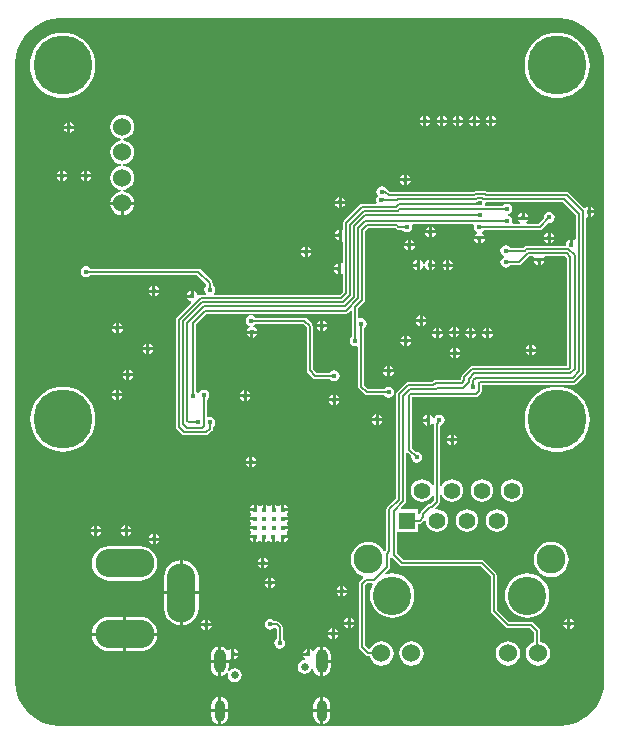
<source format=gbr>
%TF.GenerationSoftware,Altium Limited,Altium Designer,20.0.12 (288)*%
G04 Layer_Physical_Order=2*
G04 Layer_Color=16711680*
%FSLAX45Y45*%
%MOMM*%
%TF.FileFunction,Copper,L2,Bot,Signal*%
%TF.Part,Single*%
G01*
G75*
%TA.AperFunction,Conductor*%
%ADD30C,0.20000*%
%TA.AperFunction,ComponentPad*%
%ADD32O,5.00000X2.40000*%
%ADD33O,2.40000X5.00000*%
%ADD34C,0.65000*%
%ADD35O,1.00000X2.00000*%
%ADD36O,0.90000X1.80000*%
%ADD37C,1.52400*%
%ADD38C,3.25000*%
%ADD39C,2.44500*%
%ADD40C,1.53000*%
%ADD41C,1.39800*%
%ADD42R,1.39800X1.39800*%
%TA.AperFunction,ViaPad*%
%ADD43C,5.00000*%
%ADD44C,0.40000*%
G36*
X17522733Y8542268D02*
X17548952Y8542268D01*
X17600945Y8535423D01*
X17651601Y8521850D01*
X17700049Y8501782D01*
X17745465Y8475561D01*
X17787070Y8443637D01*
X17824152Y8406555D01*
X17856075Y8364950D01*
X17882297Y8319535D01*
X17902364Y8271085D01*
X17915936Y8220430D01*
X17922781Y8168437D01*
X17922781Y8142217D01*
X17922781Y8142217D01*
X17922783Y8142215D01*
X17922781Y2940585D01*
X17922781Y2914641D01*
X17916010Y2863199D01*
X17902580Y2813080D01*
X17882726Y2765143D01*
X17856783Y2720208D01*
X17825195Y2679044D01*
X17788506Y2642355D01*
X17747342Y2610768D01*
X17702406Y2584825D01*
X17654469Y2564969D01*
X17604350Y2551541D01*
X17552908Y2544769D01*
X17526965Y2544769D01*
X17526965Y2544769D01*
Y2544769D01*
X13326291D01*
X13300336Y2544769D01*
X13248866Y2551544D01*
X13198724Y2564980D01*
X13150764Y2584845D01*
X13105807Y2610801D01*
X13064624Y2642402D01*
X13027917Y2679109D01*
X12996315Y2720293D01*
X12970360Y2765250D01*
X12950494Y2813210D01*
X12937057Y2863352D01*
X12930283Y2914820D01*
X12930283Y2940775D01*
X12930283Y2940776D01*
X12930283Y8139787D01*
X12930283Y8166167D01*
X12937169Y8218476D01*
X12950824Y8269438D01*
X12971014Y8318182D01*
X12997394Y8363873D01*
X13029512Y8405731D01*
X13066818Y8443038D01*
X13108678Y8475156D01*
X13154369Y8501536D01*
X13203111Y8521726D01*
X13254076Y8535381D01*
X13306383Y8542268D01*
X13332764Y8542268D01*
X13332764Y8542268D01*
X17522733Y8542268D01*
D02*
G37*
%LPC*%
G36*
X17522501Y8416252D02*
X17479285Y8412851D01*
X17437134Y8402731D01*
X17397084Y8386142D01*
X17360123Y8363492D01*
X17327161Y8335339D01*
X17299008Y8302377D01*
X17276358Y8265416D01*
X17259769Y8225366D01*
X17249649Y8183215D01*
X17246248Y8140000D01*
X17249649Y8096785D01*
X17259769Y8054634D01*
X17276358Y8014584D01*
X17299008Y7977623D01*
X17327161Y7944661D01*
X17360123Y7916508D01*
X17397084Y7893858D01*
X17437134Y7877269D01*
X17479285Y7867149D01*
X17522501Y7863748D01*
X17565715Y7867149D01*
X17607866Y7877269D01*
X17647916Y7893858D01*
X17684875Y7916508D01*
X17717839Y7944661D01*
X17745992Y7977623D01*
X17768642Y8014584D01*
X17785231Y8054634D01*
X17795351Y8096785D01*
X17798752Y8140000D01*
X17795351Y8183215D01*
X17785231Y8225366D01*
X17768642Y8265416D01*
X17745992Y8302377D01*
X17717839Y8335339D01*
X17684875Y8363492D01*
X17647916Y8386142D01*
X17607866Y8402731D01*
X17565715Y8412851D01*
X17522501Y8416252D01*
D02*
G37*
G36*
X13335001D02*
X13291785Y8412851D01*
X13249634Y8402731D01*
X13209584Y8386142D01*
X13172623Y8363492D01*
X13139661Y8335339D01*
X13111508Y8302377D01*
X13088858Y8265416D01*
X13072269Y8225366D01*
X13062149Y8183215D01*
X13058748Y8140000D01*
X13062149Y8096785D01*
X13072269Y8054634D01*
X13088858Y8014584D01*
X13111508Y7977623D01*
X13139661Y7944661D01*
X13172623Y7916508D01*
X13209584Y7893858D01*
X13249634Y7877269D01*
X13291785Y7867149D01*
X13335001Y7863748D01*
X13378215Y7867149D01*
X13420366Y7877269D01*
X13460416Y7893858D01*
X13497377Y7916508D01*
X13530339Y7944661D01*
X13558492Y7977623D01*
X13581142Y8014584D01*
X13597731Y8054634D01*
X13607851Y8096785D01*
X13611252Y8140000D01*
X13607851Y8183215D01*
X13597731Y8225366D01*
X13581142Y8265416D01*
X13558492Y8302377D01*
X13530339Y8335339D01*
X13497377Y8363492D01*
X13460416Y8386142D01*
X13420366Y8402731D01*
X13378215Y8412851D01*
X13335001Y8416252D01*
D02*
G37*
G36*
X16972701Y7711263D02*
Y7680200D01*
X17003764D01*
X17002766Y7685214D01*
X16992732Y7700232D01*
X16977715Y7710266D01*
X16972701Y7711263D01*
D02*
G37*
G36*
X16947301D02*
X16942287Y7710266D01*
X16927267Y7700232D01*
X16917233Y7685214D01*
X16916237Y7680200D01*
X16947301D01*
Y7711263D01*
D02*
G37*
G36*
X16835201D02*
Y7680200D01*
X16866263D01*
X16865266Y7685214D01*
X16855232Y7700232D01*
X16840215Y7710266D01*
X16835201Y7711263D01*
D02*
G37*
G36*
X16809801D02*
X16804787Y7710266D01*
X16789767Y7700232D01*
X16779733Y7685214D01*
X16778737Y7680200D01*
X16809801D01*
Y7711263D01*
D02*
G37*
G36*
X16695200D02*
Y7680200D01*
X16726263D01*
X16725266Y7685214D01*
X16715231Y7700232D01*
X16700214Y7710266D01*
X16695200Y7711263D01*
D02*
G37*
G36*
X16669800D02*
X16664786Y7710266D01*
X16649768Y7700232D01*
X16639734Y7685214D01*
X16638737Y7680200D01*
X16669800D01*
Y7711263D01*
D02*
G37*
G36*
X16557700D02*
Y7680200D01*
X16588763D01*
X16587766Y7685214D01*
X16577731Y7700232D01*
X16562714Y7710266D01*
X16557700Y7711263D01*
D02*
G37*
G36*
X16532300D02*
X16527286Y7710266D01*
X16512268Y7700232D01*
X16502234Y7685214D01*
X16501236Y7680200D01*
X16532300D01*
Y7711263D01*
D02*
G37*
G36*
X16415199D02*
Y7680200D01*
X16446265D01*
X16445267Y7685214D01*
X16435233Y7700232D01*
X16420213Y7710266D01*
X16415199Y7711263D01*
D02*
G37*
G36*
X16389799D02*
X16384785Y7710266D01*
X16369768Y7700232D01*
X16359734Y7685214D01*
X16358737Y7680200D01*
X16389799D01*
Y7711263D01*
D02*
G37*
G36*
X13400200Y7658763D02*
Y7627700D01*
X13431264D01*
X13430266Y7632714D01*
X13420232Y7647732D01*
X13405214Y7657766D01*
X13400200Y7658763D01*
D02*
G37*
G36*
X13374800D02*
X13369786Y7657766D01*
X13354768Y7647732D01*
X13344734Y7632714D01*
X13343736Y7627700D01*
X13374800D01*
Y7658763D01*
D02*
G37*
G36*
X17003764Y7654800D02*
X16972701D01*
Y7623737D01*
X16977715Y7624734D01*
X16992732Y7634768D01*
X17002766Y7649786D01*
X17003764Y7654800D01*
D02*
G37*
G36*
X16947301D02*
X16916237D01*
X16917233Y7649786D01*
X16927267Y7634768D01*
X16942287Y7624734D01*
X16947301Y7623737D01*
Y7654800D01*
D02*
G37*
G36*
X16866263D02*
X16835201D01*
Y7623737D01*
X16840215Y7624734D01*
X16855232Y7634768D01*
X16865266Y7649786D01*
X16866263Y7654800D01*
D02*
G37*
G36*
X16809801D02*
X16778737D01*
X16779733Y7649786D01*
X16789767Y7634768D01*
X16804787Y7624734D01*
X16809801Y7623737D01*
Y7654800D01*
D02*
G37*
G36*
X16726263D02*
X16695200D01*
Y7623737D01*
X16700214Y7624734D01*
X16715231Y7634768D01*
X16725266Y7649786D01*
X16726263Y7654800D01*
D02*
G37*
G36*
X16669800D02*
X16638737D01*
X16639734Y7649786D01*
X16649768Y7634768D01*
X16664786Y7624734D01*
X16669800Y7623737D01*
Y7654800D01*
D02*
G37*
G36*
X16588763D02*
X16557700D01*
Y7623737D01*
X16562714Y7624734D01*
X16577731Y7634768D01*
X16587766Y7649786D01*
X16588763Y7654800D01*
D02*
G37*
G36*
X16532300D02*
X16501236D01*
X16502234Y7649786D01*
X16512268Y7634768D01*
X16527286Y7624734D01*
X16532300Y7623737D01*
Y7654800D01*
D02*
G37*
G36*
X16446265D02*
X16415199D01*
Y7623737D01*
X16420213Y7624734D01*
X16435233Y7634768D01*
X16445267Y7649786D01*
X16446265Y7654800D01*
D02*
G37*
G36*
X16389799D02*
X16358737D01*
X16359734Y7649786D01*
X16369768Y7634768D01*
X16384785Y7624734D01*
X16389799Y7623737D01*
Y7654800D01*
D02*
G37*
G36*
X13431264Y7602300D02*
X13400200D01*
Y7571237D01*
X13405214Y7572234D01*
X13420232Y7582268D01*
X13430266Y7597286D01*
X13431264Y7602300D01*
D02*
G37*
G36*
X13374800D02*
X13343736D01*
X13344734Y7597286D01*
X13354768Y7582268D01*
X13369786Y7572234D01*
X13374800Y7571237D01*
Y7602300D01*
D02*
G37*
G36*
X13545200Y7248764D02*
Y7217700D01*
X13576263D01*
X13575266Y7222714D01*
X13565231Y7237732D01*
X13550214Y7247766D01*
X13545200Y7248764D01*
D02*
G37*
G36*
X13519800D02*
X13514786Y7247766D01*
X13499768Y7237732D01*
X13489734Y7222714D01*
X13488737Y7217700D01*
X13519800D01*
Y7248764D01*
D02*
G37*
G36*
X13342700D02*
Y7217700D01*
X13373763D01*
X13372766Y7222714D01*
X13362732Y7237732D01*
X13347714Y7247766D01*
X13342700Y7248764D01*
D02*
G37*
G36*
X13317300D02*
X13312286Y7247766D01*
X13297269Y7237732D01*
X13287234Y7222714D01*
X13286237Y7217700D01*
X13317300D01*
Y7248764D01*
D02*
G37*
G36*
X16250200Y7216263D02*
Y7185200D01*
X16281264D01*
X16280266Y7190214D01*
X16270232Y7205232D01*
X16255214Y7215266D01*
X16250200Y7216263D01*
D02*
G37*
G36*
X16224800D02*
X16219786Y7215266D01*
X16204768Y7205232D01*
X16194734Y7190214D01*
X16193736Y7185200D01*
X16224800D01*
Y7216263D01*
D02*
G37*
G36*
X13576263Y7192300D02*
X13545200D01*
Y7161237D01*
X13550214Y7162234D01*
X13565231Y7172268D01*
X13575266Y7187286D01*
X13576263Y7192300D01*
D02*
G37*
G36*
X13519800D02*
X13488737D01*
X13489734Y7187286D01*
X13499768Y7172268D01*
X13514786Y7162234D01*
X13519800Y7161237D01*
Y7192300D01*
D02*
G37*
G36*
X13373763D02*
X13342700D01*
Y7161237D01*
X13347714Y7162234D01*
X13362732Y7172268D01*
X13372766Y7187286D01*
X13373763Y7192300D01*
D02*
G37*
G36*
X13317300D02*
X13286237D01*
X13287234Y7187286D01*
X13297269Y7172268D01*
X13312286Y7162234D01*
X13317300Y7161237D01*
Y7192300D01*
D02*
G37*
G36*
X16281264Y7159800D02*
X16250200D01*
Y7128737D01*
X16255214Y7129734D01*
X16270232Y7139768D01*
X16280266Y7154786D01*
X16281264Y7159800D01*
D02*
G37*
G36*
X16224800D02*
X16193736D01*
X16194734Y7154786D01*
X16204768Y7139768D01*
X16219786Y7129734D01*
X16224800Y7128737D01*
Y7159800D01*
D02*
G37*
G36*
X15697701Y7023763D02*
Y6992700D01*
X15728764D01*
X15727766Y6997714D01*
X15717732Y7012732D01*
X15702715Y7022766D01*
X15697701Y7023763D01*
D02*
G37*
G36*
X15672301D02*
X15667287Y7022766D01*
X15652267Y7012732D01*
X15642233Y6997714D01*
X15641237Y6992700D01*
X15672301D01*
Y7023763D01*
D02*
G37*
G36*
X13840001Y7722977D02*
X13813478Y7719485D01*
X13788762Y7709247D01*
X13767538Y7692962D01*
X13751253Y7671738D01*
X13741016Y7647023D01*
X13737524Y7620500D01*
X13741016Y7593977D01*
X13751253Y7569261D01*
X13767538Y7548038D01*
X13788762Y7531752D01*
X13813478Y7521515D01*
X13833304Y7518905D01*
Y7506095D01*
X13813478Y7503485D01*
X13788762Y7493247D01*
X13767538Y7476962D01*
X13751253Y7455738D01*
X13741016Y7431023D01*
X13737524Y7404500D01*
X13741016Y7377977D01*
X13751253Y7353261D01*
X13767538Y7332038D01*
X13788762Y7315752D01*
X13813478Y7305515D01*
X13833302Y7302905D01*
Y7290095D01*
X13813478Y7287485D01*
X13788762Y7277248D01*
X13767538Y7260962D01*
X13751253Y7239738D01*
X13741016Y7215023D01*
X13737524Y7188500D01*
X13741016Y7161977D01*
X13751253Y7137262D01*
X13767538Y7116038D01*
X13788762Y7099752D01*
X13813478Y7089515D01*
X13833304Y7086905D01*
Y7074095D01*
X13813478Y7071485D01*
X13788762Y7061247D01*
X13767538Y7044962D01*
X13751253Y7023738D01*
X13741016Y6999023D01*
X13739195Y6985200D01*
X13840001D01*
X13940805D01*
X13938986Y6999023D01*
X13928748Y7023738D01*
X13912463Y7044962D01*
X13891238Y7061247D01*
X13866524Y7071485D01*
X13846696Y7074095D01*
Y7086905D01*
X13866524Y7089515D01*
X13891238Y7099752D01*
X13912463Y7116038D01*
X13928748Y7137262D01*
X13938986Y7161977D01*
X13942477Y7188500D01*
X13938986Y7215023D01*
X13928748Y7239738D01*
X13912463Y7260962D01*
X13891238Y7277248D01*
X13866524Y7287485D01*
X13846698Y7290095D01*
Y7302905D01*
X13866524Y7305515D01*
X13891238Y7315752D01*
X13912463Y7332038D01*
X13928748Y7353261D01*
X13938986Y7377977D01*
X13942477Y7404500D01*
X13938986Y7431023D01*
X13928748Y7455738D01*
X13912463Y7476962D01*
X13891238Y7493247D01*
X13866524Y7503485D01*
X13846696Y7506095D01*
Y7518905D01*
X13866524Y7521515D01*
X13891238Y7531752D01*
X13912463Y7548038D01*
X13928748Y7569261D01*
X13938986Y7593977D01*
X13942477Y7620500D01*
X13938986Y7647023D01*
X13928748Y7671738D01*
X13912463Y7692962D01*
X13891238Y7709247D01*
X13866524Y7719485D01*
X13840001Y7722977D01*
D02*
G37*
G36*
X15728764Y6967300D02*
X15697701D01*
Y6936237D01*
X15702715Y6937234D01*
X15717732Y6947268D01*
X15727766Y6962286D01*
X15728764Y6967300D01*
D02*
G37*
G36*
X15672301D02*
X15641237D01*
X15642233Y6962286D01*
X15652267Y6947268D01*
X15667287Y6937234D01*
X15672301Y6936237D01*
Y6967300D01*
D02*
G37*
G36*
X17805200Y6943763D02*
Y6912700D01*
X17836264D01*
X17835266Y6917714D01*
X17825232Y6932732D01*
X17810216Y6942766D01*
X17805200Y6943763D01*
D02*
G37*
G36*
X13940805Y6959800D02*
X13852701D01*
Y6871695D01*
X13866524Y6873515D01*
X13891238Y6883752D01*
X13912463Y6900038D01*
X13928748Y6921261D01*
X13938986Y6945977D01*
X13940805Y6959800D01*
D02*
G37*
G36*
X13827301D02*
X13739195D01*
X13741016Y6945977D01*
X13751253Y6921261D01*
X13767538Y6900038D01*
X13788762Y6883752D01*
X13813478Y6873515D01*
X13827301Y6871695D01*
Y6959800D01*
D02*
G37*
G36*
X17247701Y6891264D02*
Y6860200D01*
X17278764D01*
X17277766Y6865214D01*
X17267732Y6880232D01*
X17252715Y6890266D01*
X17247701Y6891264D01*
D02*
G37*
G36*
X17222301D02*
X17217287Y6890266D01*
X17202269Y6880232D01*
X17192235Y6865214D01*
X17191237Y6860200D01*
X17222301D01*
Y6891264D01*
D02*
G37*
G36*
X17836264Y6887300D02*
X17805200D01*
Y6856236D01*
X17810216Y6857234D01*
X17825232Y6867268D01*
X17835266Y6882286D01*
X17836264Y6887300D01*
D02*
G37*
G36*
X16037500Y7116290D02*
X16019786Y7112766D01*
X16004768Y7102732D01*
X15994734Y7087714D01*
X15991211Y7070000D01*
X15994734Y7052286D01*
X16004768Y7037269D01*
Y7036902D01*
X16002267Y7035232D01*
X15992233Y7020214D01*
X15988710Y7002500D01*
X15992233Y6984786D01*
X15994302Y6981690D01*
X15988316Y6970489D01*
X15870000D01*
X15860245Y6968549D01*
X15851976Y6963024D01*
X15714476Y6825524D01*
X15708951Y6817255D01*
X15707010Y6807500D01*
Y6756507D01*
X15697701Y6749492D01*
Y6702500D01*
Y6655508D01*
X15707010Y6648493D01*
Y6468355D01*
X15697169Y6463095D01*
X15694310Y6462946D01*
X15690199Y6463764D01*
Y6420000D01*
Y6376237D01*
X15694310Y6377054D01*
X15697169Y6376906D01*
X15707010Y6371645D01*
Y6221047D01*
X15683952Y6197990D01*
X14617963D01*
X14614413Y6205983D01*
X14613347Y6210690D01*
X14622766Y6224786D01*
X14626289Y6242500D01*
X14622766Y6260214D01*
X14612732Y6275232D01*
X14605490Y6280071D01*
Y6300000D01*
X14603549Y6309754D01*
X14598024Y6318024D01*
X14503024Y6413024D01*
X14494756Y6418550D01*
X14485001Y6420490D01*
X13572272D01*
X13567432Y6427732D01*
X13552414Y6437766D01*
X13534700Y6441290D01*
X13516986Y6437766D01*
X13501968Y6427732D01*
X13491934Y6412714D01*
X13488411Y6395000D01*
X13491934Y6377286D01*
X13501968Y6362268D01*
X13516986Y6352234D01*
X13534700Y6348711D01*
X13552414Y6352234D01*
X13567432Y6362268D01*
X13572272Y6369511D01*
X14474442D01*
X14552348Y6291604D01*
X14551434Y6278016D01*
X14547269Y6275232D01*
X14537234Y6260214D01*
X14533711Y6242500D01*
X14537234Y6224786D01*
X14546654Y6210690D01*
X14545587Y6205983D01*
X14542036Y6197990D01*
X14504008D01*
X14494254Y6196049D01*
X14490092Y6193270D01*
X14478513Y6196611D01*
X14476086Y6198587D01*
X14475266Y6202714D01*
X14465231Y6217732D01*
X14450214Y6227766D01*
X14445200Y6228764D01*
Y6185000D01*
X14432500D01*
Y6172300D01*
X14388737D01*
X14389734Y6167286D01*
X14399768Y6152268D01*
X14414786Y6142234D01*
X14418913Y6141413D01*
X14423093Y6127633D01*
X14299477Y6004015D01*
X14293951Y5995746D01*
X14292010Y5985992D01*
Y5082500D01*
X14293951Y5072746D01*
X14299477Y5064477D01*
X14346976Y5016976D01*
X14355246Y5011451D01*
X14364999Y5009510D01*
X14552499D01*
X14562254Y5011451D01*
X14570525Y5016976D01*
X14600523Y5046976D01*
X14606049Y5055245D01*
X14607990Y5065000D01*
Y5079929D01*
X14615231Y5084768D01*
X14625266Y5099786D01*
X14628789Y5117500D01*
X14625266Y5135214D01*
X14615231Y5150232D01*
X14600214Y5160266D01*
X14582500Y5163790D01*
X14570689Y5161441D01*
X14557990Y5169837D01*
Y5309929D01*
X14565231Y5314768D01*
X14575266Y5329786D01*
X14578789Y5347500D01*
X14575266Y5365214D01*
X14565231Y5380232D01*
X14550214Y5390266D01*
X14532500Y5393790D01*
X14514786Y5390266D01*
X14499768Y5380232D01*
X14493053Y5370180D01*
X14478987Y5369084D01*
X14478358Y5369310D01*
X14472733Y5377732D01*
X14465489Y5382571D01*
Y5949442D01*
X14555557Y6039510D01*
X15735503D01*
X15745258Y6041451D01*
X15753526Y6046976D01*
X15775278Y6068726D01*
X15787010Y6063866D01*
Y5845071D01*
X15779768Y5840232D01*
X15769734Y5825214D01*
X15766211Y5807500D01*
X15769734Y5789786D01*
X15779768Y5774768D01*
X15794786Y5764734D01*
X15812500Y5761210D01*
X15826810Y5764057D01*
X15839510Y5756834D01*
Y5420003D01*
X15841451Y5410249D01*
X15846976Y5401980D01*
X15894479Y5354476D01*
X15902750Y5348951D01*
X15912503Y5347010D01*
X16057430D01*
X16062270Y5339768D01*
X16077286Y5329734D01*
X16095000Y5326211D01*
X16112715Y5329734D01*
X16127731Y5339768D01*
X16137766Y5354786D01*
X16141290Y5372500D01*
X16137766Y5390214D01*
X16127731Y5405232D01*
X16112715Y5415266D01*
X16095000Y5418790D01*
X16077286Y5415266D01*
X16062270Y5405232D01*
X16057430Y5397990D01*
X15923062D01*
X15890491Y5430561D01*
Y5917429D01*
X15897733Y5922268D01*
X15907767Y5937286D01*
X15911288Y5955000D01*
X15907767Y5972714D01*
X15897733Y5987731D01*
X15882713Y5997766D01*
X15864999Y6001289D01*
X15850690Y5998443D01*
X15837990Y6005666D01*
Y6081942D01*
X15890523Y6134476D01*
X15896049Y6142745D01*
X15897989Y6152500D01*
Y6737444D01*
X15922556Y6762010D01*
X16154234D01*
X16159270Y6756976D01*
X16167538Y6751451D01*
X16177293Y6749510D01*
X16212428D01*
X16217268Y6742268D01*
X16232286Y6732234D01*
X16250000Y6728710D01*
X16267714Y6732234D01*
X16282732Y6742268D01*
X16292766Y6757286D01*
X16296289Y6775000D01*
X16294438Y6784310D01*
X16304007Y6797010D01*
X16812663D01*
X16821060Y6784310D01*
X16818710Y6772500D01*
X16822234Y6754786D01*
X16832268Y6739768D01*
X16842563Y6732890D01*
Y6718710D01*
X16832268Y6711832D01*
X16822234Y6696814D01*
X16821237Y6691800D01*
X16908763D01*
X16907767Y6696814D01*
X16897733Y6711832D01*
X16887437Y6718710D01*
Y6732890D01*
X16897733Y6739768D01*
X16902571Y6747010D01*
X17375000D01*
X17384755Y6748951D01*
X17393024Y6754476D01*
X17446457Y6807910D01*
X17455000Y6806210D01*
X17472714Y6809734D01*
X17487732Y6819768D01*
X17497766Y6834786D01*
X17501289Y6852500D01*
X17497766Y6870214D01*
X17487732Y6885232D01*
X17472714Y6895266D01*
X17455000Y6898789D01*
X17437286Y6895266D01*
X17422269Y6885232D01*
X17412234Y6870214D01*
X17408710Y6852500D01*
X17410410Y6843957D01*
X17364442Y6797990D01*
X17265482D01*
X17261629Y6810690D01*
X17267732Y6814768D01*
X17277766Y6829786D01*
X17278764Y6834800D01*
X17191237D01*
X17192235Y6829786D01*
X17202269Y6814768D01*
X17208372Y6810690D01*
X17204521Y6797990D01*
X17149837D01*
X17141440Y6810690D01*
X17143790Y6822500D01*
X17140266Y6840214D01*
X17130232Y6855232D01*
X17115215Y6865266D01*
X17110146Y6866274D01*
Y6879223D01*
X17112714Y6879734D01*
X17127731Y6889768D01*
X17137766Y6904786D01*
X17141290Y6922500D01*
X17137766Y6940214D01*
X17127731Y6955232D01*
X17112714Y6965266D01*
X17095000Y6968789D01*
X17077286Y6965266D01*
X17062268Y6955232D01*
X17057430Y6947990D01*
X16919836D01*
X16911440Y6960690D01*
X16913789Y6972500D01*
X16921594Y6982010D01*
X17566942D01*
X17679510Y6869442D01*
Y6667648D01*
X17666811Y6660859D01*
X17660216Y6665266D01*
X17655202Y6666264D01*
Y6622500D01*
X17629800D01*
Y6666264D01*
X17624786Y6665266D01*
X17609769Y6655232D01*
X17599734Y6640214D01*
X17596211Y6622500D01*
X17596648Y6620307D01*
X17588589Y6610490D01*
X17260709D01*
X17250955Y6608549D01*
X17242685Y6603024D01*
X17237651Y6597990D01*
X17125072D01*
X17120232Y6605232D01*
X17105214Y6615266D01*
X17087500Y6618789D01*
X17069786Y6615266D01*
X17054768Y6605232D01*
X17044734Y6590214D01*
X17041211Y6572500D01*
X17044734Y6554786D01*
X17054768Y6539768D01*
X17069786Y6529734D01*
X17073605Y6528974D01*
Y6516026D01*
X17069786Y6515266D01*
X17054768Y6505232D01*
X17044734Y6490214D01*
X17041211Y6472500D01*
X17044734Y6454786D01*
X17054768Y6439768D01*
X17069786Y6429734D01*
X17087500Y6426210D01*
X17105214Y6429734D01*
X17120232Y6439768D01*
X17125072Y6447010D01*
X17197707D01*
X17207462Y6448951D01*
X17215730Y6454476D01*
X17285765Y6524510D01*
X17321645D01*
X17326906Y6514669D01*
X17327054Y6511810D01*
X17326237Y6507700D01*
X17413763D01*
X17412946Y6511810D01*
X17413094Y6514669D01*
X17418355Y6524510D01*
X17592445D01*
X17608511Y6508443D01*
Y5592990D01*
X16803505D01*
X16793752Y5591049D01*
X16785481Y5585524D01*
X16719476Y5519519D01*
X16713951Y5511249D01*
X16712012Y5501495D01*
Y5485056D01*
X16707193Y5480238D01*
X16494749D01*
X16484995Y5478298D01*
X16476724Y5472773D01*
X16464442Y5460489D01*
X16260220D01*
X16250467Y5458549D01*
X16242197Y5453024D01*
X16164478Y5375303D01*
X16158951Y5367034D01*
X16157011Y5357279D01*
Y4475056D01*
X16084476Y4402521D01*
X16078951Y4394252D01*
X16077010Y4384497D01*
Y4035558D01*
X16067769Y4026317D01*
X16066092Y4025633D01*
X16052863Y4027262D01*
X16046361Y4039427D01*
X16027910Y4061909D01*
X16005428Y4080360D01*
X15979778Y4094071D01*
X15951945Y4102513D01*
X15923000Y4105364D01*
X15894057Y4102513D01*
X15866225Y4094071D01*
X15840575Y4080360D01*
X15818091Y4061909D01*
X15799640Y4039427D01*
X15785930Y4013776D01*
X15777487Y3985944D01*
X15774635Y3957000D01*
X15777487Y3928055D01*
X15785930Y3900223D01*
X15799640Y3874573D01*
X15818091Y3852090D01*
X15840575Y3833639D01*
X15866225Y3819929D01*
X15877882Y3816392D01*
X15879446Y3813813D01*
X15881097Y3802145D01*
X15849477Y3770524D01*
X15843951Y3762254D01*
X15842010Y3752500D01*
Y3220000D01*
X15843951Y3210246D01*
X15849477Y3201976D01*
X15906976Y3144476D01*
X15915247Y3138951D01*
X15925000Y3137010D01*
X15935510D01*
X15935722Y3135399D01*
X15945992Y3110610D01*
X15962325Y3089324D01*
X15983611Y3072990D01*
X16008398Y3062723D01*
X16035001Y3059220D01*
X16061601Y3062723D01*
X16086391Y3072990D01*
X16107677Y3089324D01*
X16124010Y3110610D01*
X16134277Y3135399D01*
X16137781Y3162000D01*
X16134277Y3188601D01*
X16124010Y3213390D01*
X16107677Y3234676D01*
X16086391Y3251009D01*
X16061601Y3261277D01*
X16035001Y3264779D01*
X16008398Y3261277D01*
X15983611Y3251009D01*
X15962325Y3234676D01*
X15945992Y3213390D01*
X15940756Y3200752D01*
X15925777Y3197772D01*
X15892990Y3230558D01*
Y3741942D01*
X15913058Y3762010D01*
X15957344D01*
X15964957Y3749310D01*
X15951564Y3724254D01*
X15940819Y3688835D01*
X15937190Y3652000D01*
X15940819Y3615165D01*
X15951564Y3579746D01*
X15969011Y3547103D01*
X15992493Y3518492D01*
X16021104Y3495011D01*
X16053746Y3477563D01*
X16089166Y3466819D01*
X16126001Y3463191D01*
X16162836Y3466819D01*
X16198254Y3477563D01*
X16230898Y3495011D01*
X16259509Y3518492D01*
X16282990Y3547103D01*
X16300436Y3579746D01*
X16311182Y3615165D01*
X16314810Y3652000D01*
X16311182Y3688835D01*
X16300436Y3724254D01*
X16282990Y3756896D01*
X16259509Y3785508D01*
X16230898Y3808989D01*
X16198254Y3826437D01*
X16162836Y3837181D01*
X16126001Y3840809D01*
X16089166Y3837181D01*
X16074129Y3832619D01*
X16067397Y3843849D01*
X16103024Y3879476D01*
X16108549Y3887745D01*
X16110490Y3897500D01*
Y3970512D01*
X16123190Y3975764D01*
X16189478Y3909476D01*
X16197746Y3903951D01*
X16207501Y3902010D01*
X16871942D01*
X16959509Y3814442D01*
Y3522500D01*
X16961452Y3512745D01*
X16966975Y3504476D01*
X17086977Y3384476D01*
X17095245Y3378951D01*
X17105000Y3377010D01*
X17294443D01*
X17327010Y3344442D01*
Y3258631D01*
X17308611Y3251009D01*
X17287325Y3234676D01*
X17270992Y3213390D01*
X17260722Y3188601D01*
X17257220Y3162000D01*
X17260722Y3135399D01*
X17270992Y3110610D01*
X17287325Y3089324D01*
X17308611Y3072990D01*
X17333398Y3062723D01*
X17360001Y3059220D01*
X17386601Y3062723D01*
X17411391Y3072990D01*
X17432677Y3089324D01*
X17449010Y3110610D01*
X17459277Y3135399D01*
X17462781Y3162000D01*
X17459277Y3188601D01*
X17449010Y3213390D01*
X17432677Y3234676D01*
X17411391Y3251009D01*
X17386601Y3261277D01*
X17377991Y3262411D01*
Y3355000D01*
X17376048Y3364755D01*
X17370525Y3373024D01*
X17323024Y3420524D01*
X17314755Y3426049D01*
X17305000Y3427990D01*
X17115558D01*
X17010490Y3533058D01*
Y3825000D01*
X17008549Y3834755D01*
X17003024Y3843024D01*
X16900523Y3945524D01*
X16892255Y3951049D01*
X16882500Y3952990D01*
X16218059D01*
X16162990Y4008059D01*
Y4191700D01*
X16347800D01*
Y4261510D01*
X16359500D01*
X16369255Y4263450D01*
X16377524Y4268976D01*
X16397874Y4289326D01*
X16403484Y4288283D01*
X16410742Y4284233D01*
X16413654Y4262122D01*
X16423256Y4238938D01*
X16438531Y4219031D01*
X16458440Y4203755D01*
X16481622Y4194153D01*
X16506500Y4190877D01*
X16531380Y4194153D01*
X16554562Y4203755D01*
X16574469Y4219031D01*
X16589745Y4238938D01*
X16599348Y4262122D01*
X16602623Y4287000D01*
X16599348Y4311878D01*
X16589745Y4335061D01*
X16574469Y4354969D01*
X16554562Y4370244D01*
X16531380Y4379847D01*
X16506500Y4383122D01*
X16495711Y4381702D01*
X16489778Y4393730D01*
X16520525Y4424476D01*
X16526048Y4432745D01*
X16527991Y4442500D01*
Y4515013D01*
X16540652Y4516121D01*
X16550256Y4492938D01*
X16565532Y4473031D01*
X16585439Y4457755D01*
X16608623Y4448153D01*
X16633501Y4444877D01*
X16658379Y4448153D01*
X16681561Y4457755D01*
X16701469Y4473031D01*
X16716745Y4492938D01*
X16726347Y4516122D01*
X16729623Y4541000D01*
X16726347Y4565878D01*
X16716745Y4589061D01*
X16701469Y4608969D01*
X16681561Y4624244D01*
X16658379Y4633847D01*
X16633501Y4637122D01*
X16608623Y4633847D01*
X16585439Y4624244D01*
X16565532Y4608969D01*
X16550256Y4589061D01*
X16540652Y4565878D01*
X16527991Y4566987D01*
Y5089305D01*
X16542714Y5092234D01*
X16557732Y5102268D01*
X16567766Y5117286D01*
X16571289Y5135000D01*
X16567766Y5152714D01*
X16557732Y5167732D01*
X16542714Y5177766D01*
X16525000Y5181289D01*
X16507286Y5177766D01*
X16492268Y5167732D01*
X16484557Y5156189D01*
X16482532Y5155592D01*
X16472470D01*
X16470444Y5156189D01*
X16462732Y5167732D01*
X16447716Y5177766D01*
X16442700Y5178763D01*
Y5135000D01*
Y5091236D01*
X16447716Y5092234D01*
X16462732Y5102268D01*
X16464310Y5104630D01*
X16477010Y5100777D01*
Y4587808D01*
X16464310Y4585282D01*
X16462746Y4589061D01*
X16447469Y4608969D01*
X16427562Y4624244D01*
X16404379Y4633847D01*
X16379500Y4637122D01*
X16354622Y4633847D01*
X16331439Y4624244D01*
X16311533Y4608969D01*
X16296255Y4589061D01*
X16286653Y4565878D01*
X16283379Y4541000D01*
X16286653Y4516122D01*
X16296255Y4492938D01*
X16311533Y4473031D01*
X16331439Y4457755D01*
X16354622Y4448153D01*
X16379500Y4444877D01*
X16404379Y4448153D01*
X16427562Y4457755D01*
X16447469Y4473031D01*
X16462746Y4492938D01*
X16464310Y4496717D01*
X16477010Y4494191D01*
Y4453058D01*
X16449442Y4425490D01*
X16442500D01*
X16432745Y4423549D01*
X16424477Y4418024D01*
X16369476Y4363024D01*
X16363951Y4354755D01*
X16362010Y4345000D01*
Y4337169D01*
X16360500Y4336160D01*
X16347800Y4342949D01*
Y4382300D01*
X16202441D01*
X16197581Y4394033D01*
X16235526Y4431977D01*
X16241051Y4440246D01*
X16242990Y4450000D01*
Y4858002D01*
X16255690Y4863262D01*
X16287910Y4831043D01*
X16286211Y4822500D01*
X16289734Y4804786D01*
X16299768Y4789768D01*
X16314786Y4779734D01*
X16332500Y4776211D01*
X16350214Y4779734D01*
X16365231Y4789768D01*
X16375266Y4804786D01*
X16378789Y4822500D01*
X16375266Y4840214D01*
X16365231Y4855232D01*
X16350214Y4865266D01*
X16332500Y4868790D01*
X16323956Y4867090D01*
X16292990Y4898058D01*
Y5329510D01*
X16832500D01*
X16842255Y5331451D01*
X16850523Y5336976D01*
X16875523Y5361976D01*
X16881049Y5370245D01*
X16882990Y5380000D01*
Y5437010D01*
X17667500D01*
X17677255Y5438951D01*
X17685524Y5444476D01*
X17758025Y5516976D01*
X17763548Y5525245D01*
X17765491Y5535000D01*
Y6849334D01*
X17778191Y6856557D01*
X17779800Y6856236D01*
Y6900000D01*
Y6943763D01*
X17774786Y6942766D01*
X17759769Y6932732D01*
X17751619Y6931929D01*
X17623024Y7060524D01*
X17614754Y7066049D01*
X17605000Y7067990D01*
X16930557D01*
X16928024Y7070524D01*
X16919756Y7076049D01*
X16910001Y7077989D01*
X16834363D01*
X16824608Y7076049D01*
X16816339Y7070524D01*
X16811305Y7065490D01*
X16105557D01*
X16084628Y7086419D01*
X16078311Y7090640D01*
X16070232Y7102732D01*
X16055214Y7112766D01*
X16037500Y7116290D01*
D02*
G37*
G36*
X16462700Y6773763D02*
Y6742700D01*
X16493764D01*
X16492766Y6747714D01*
X16482732Y6762732D01*
X16467714Y6772766D01*
X16462700Y6773763D01*
D02*
G37*
G36*
X16437300D02*
X16432286Y6772766D01*
X16417268Y6762732D01*
X16407234Y6747714D01*
X16406236Y6742700D01*
X16437300D01*
Y6773763D01*
D02*
G37*
G36*
X15672301Y6746263D02*
X15667287Y6745266D01*
X15652267Y6735232D01*
X15642233Y6720214D01*
X15641237Y6715200D01*
X15672301D01*
Y6746263D01*
D02*
G37*
G36*
X17467702Y6721263D02*
Y6690200D01*
X17498764D01*
X17497768Y6695214D01*
X17487732Y6710232D01*
X17472716Y6720266D01*
X17467702Y6721263D01*
D02*
G37*
G36*
X17442300D02*
X17437286Y6720266D01*
X17422269Y6710232D01*
X17412234Y6695214D01*
X17411237Y6690200D01*
X17442300D01*
Y6721263D01*
D02*
G37*
G36*
X16493764Y6717300D02*
X16462700D01*
Y6686237D01*
X16467714Y6687234D01*
X16482732Y6697268D01*
X16492766Y6712286D01*
X16493764Y6717300D01*
D02*
G37*
G36*
X16437300D02*
X16406236D01*
X16407234Y6712286D01*
X16417268Y6697268D01*
X16432286Y6687234D01*
X16437300Y6686237D01*
Y6717300D01*
D02*
G37*
G36*
X15672301Y6689800D02*
X15641237D01*
X15642233Y6684786D01*
X15652267Y6669768D01*
X15667287Y6659734D01*
X15672301Y6658736D01*
Y6689800D01*
D02*
G37*
G36*
X16908763Y6666400D02*
X16877699D01*
Y6635337D01*
X16882713Y6636334D01*
X16897733Y6646368D01*
X16907767Y6661386D01*
X16908763Y6666400D01*
D02*
G37*
G36*
X16852299D02*
X16821237D01*
X16822234Y6661386D01*
X16832268Y6646368D01*
X16847285Y6636334D01*
X16852299Y6635337D01*
Y6666400D01*
D02*
G37*
G36*
X16285201Y6666264D02*
Y6635200D01*
X16316264D01*
X16315266Y6640214D01*
X16305232Y6655232D01*
X16290215Y6665266D01*
X16285201Y6666264D01*
D02*
G37*
G36*
X16259801D02*
X16254787Y6665266D01*
X16239767Y6655232D01*
X16229733Y6640214D01*
X16228737Y6635200D01*
X16259801D01*
Y6666264D01*
D02*
G37*
G36*
X17498764Y6664800D02*
X17467702D01*
Y6633737D01*
X17472716Y6634734D01*
X17487732Y6644768D01*
X17497768Y6659786D01*
X17498764Y6664800D01*
D02*
G37*
G36*
X17442300D02*
X17411237D01*
X17412234Y6659786D01*
X17422269Y6644768D01*
X17437286Y6634734D01*
X17442300Y6633737D01*
Y6664800D01*
D02*
G37*
G36*
X16316264Y6609800D02*
X16285201D01*
Y6578737D01*
X16290215Y6579734D01*
X16305232Y6589768D01*
X16315266Y6604786D01*
X16316264Y6609800D01*
D02*
G37*
G36*
X16259801D02*
X16228737D01*
X16229733Y6604786D01*
X16239767Y6589768D01*
X16254787Y6579734D01*
X16259801Y6578737D01*
Y6609800D01*
D02*
G37*
G36*
X15410201Y6606263D02*
Y6575200D01*
X15441264D01*
X15440266Y6580214D01*
X15430232Y6595232D01*
X15415215Y6605266D01*
X15410201Y6606263D01*
D02*
G37*
G36*
X15384801D02*
X15379787Y6605266D01*
X15364767Y6595232D01*
X15354733Y6580214D01*
X15353737Y6575200D01*
X15384801D01*
Y6606263D01*
D02*
G37*
G36*
X15441264Y6549800D02*
X15410201D01*
Y6518737D01*
X15415215Y6519734D01*
X15430232Y6529768D01*
X15440266Y6544786D01*
X15441264Y6549800D01*
D02*
G37*
G36*
X15384801D02*
X15353737D01*
X15354733Y6544786D01*
X15364767Y6529768D01*
X15379787Y6519734D01*
X15384801Y6518737D01*
Y6549800D01*
D02*
G37*
G36*
X16607700Y6493763D02*
Y6462700D01*
X16638763D01*
X16637766Y6467714D01*
X16627731Y6482732D01*
X16612714Y6492766D01*
X16607700Y6493763D01*
D02*
G37*
G36*
X16582300D02*
X16577286Y6492766D01*
X16562268Y6482732D01*
X16552234Y6467714D01*
X16551237Y6462700D01*
X16582300D01*
Y6493763D01*
D02*
G37*
G36*
X16460201D02*
Y6462700D01*
X16491263D01*
X16490266Y6467714D01*
X16480232Y6482732D01*
X16465215Y6492766D01*
X16460201Y6493763D01*
D02*
G37*
G36*
X16332300Y6491263D02*
X16327286Y6490266D01*
X16312268Y6480232D01*
X16302234Y6465214D01*
X16301237Y6460200D01*
X16332300D01*
Y6491263D01*
D02*
G37*
G36*
X16434801Y6493763D02*
X16429787Y6492766D01*
X16414767Y6482732D01*
X16404733Y6467714D01*
X16402477Y6456361D01*
X16389526D01*
X16387766Y6465214D01*
X16377731Y6480232D01*
X16362714Y6490266D01*
X16357700Y6491263D01*
Y6447500D01*
Y6403736D01*
X16362714Y6404734D01*
X16377731Y6414768D01*
X16387766Y6429786D01*
X16390024Y6441139D01*
X16402972D01*
X16404733Y6432286D01*
X16414767Y6417268D01*
X16429787Y6407234D01*
X16434801Y6406237D01*
Y6450000D01*
Y6493763D01*
D02*
G37*
G36*
X17413763Y6482300D02*
X17382700D01*
Y6451237D01*
X17387714Y6452234D01*
X17402731Y6462268D01*
X17412766Y6477286D01*
X17413763Y6482300D01*
D02*
G37*
G36*
X17357300D02*
X17326237D01*
X17327234Y6477286D01*
X17337268Y6462268D01*
X17352286Y6452234D01*
X17357300Y6451237D01*
Y6482300D01*
D02*
G37*
G36*
X15664799Y6463764D02*
X15659785Y6462766D01*
X15644768Y6452732D01*
X15634734Y6437714D01*
X15633737Y6432700D01*
X15664799D01*
Y6463764D01*
D02*
G37*
G36*
X16638763Y6437300D02*
X16607700D01*
Y6406237D01*
X16612714Y6407234D01*
X16627731Y6417268D01*
X16637766Y6432286D01*
X16638763Y6437300D01*
D02*
G37*
G36*
X16582300D02*
X16551237D01*
X16552234Y6432286D01*
X16562268Y6417268D01*
X16577286Y6407234D01*
X16582300Y6406237D01*
Y6437300D01*
D02*
G37*
G36*
X16491263D02*
X16460201D01*
Y6406237D01*
X16465215Y6407234D01*
X16480232Y6417268D01*
X16490266Y6432286D01*
X16491263Y6437300D01*
D02*
G37*
G36*
X16332300Y6434800D02*
X16301237D01*
X16302234Y6429786D01*
X16312268Y6414768D01*
X16327286Y6404734D01*
X16332300Y6403736D01*
Y6434800D01*
D02*
G37*
G36*
X15664799Y6407300D02*
X15633737D01*
X15634734Y6402286D01*
X15644768Y6387268D01*
X15659785Y6377234D01*
X15664799Y6376237D01*
Y6407300D01*
D02*
G37*
G36*
X14120200Y6271264D02*
Y6240200D01*
X14151263D01*
X14150266Y6245214D01*
X14140231Y6260232D01*
X14125214Y6270266D01*
X14120200Y6271264D01*
D02*
G37*
G36*
X14094800D02*
X14089786Y6270266D01*
X14074768Y6260232D01*
X14064734Y6245214D01*
X14063737Y6240200D01*
X14094800D01*
Y6271264D01*
D02*
G37*
G36*
X14419800Y6228764D02*
X14414786Y6227766D01*
X14399768Y6217732D01*
X14389734Y6202714D01*
X14388737Y6197700D01*
X14419800D01*
Y6228764D01*
D02*
G37*
G36*
X14151263Y6214800D02*
X14120200D01*
Y6183737D01*
X14125214Y6184734D01*
X14140231Y6194768D01*
X14150266Y6209786D01*
X14151263Y6214800D01*
D02*
G37*
G36*
X14094800D02*
X14063737D01*
X14064734Y6209786D01*
X14074768Y6194768D01*
X14089786Y6184734D01*
X14094800Y6183737D01*
Y6214800D01*
D02*
G37*
G36*
X16385201Y6023763D02*
Y5992700D01*
X16416263D01*
X16415266Y5997714D01*
X16405232Y6012732D01*
X16390215Y6022766D01*
X16385201Y6023763D01*
D02*
G37*
G36*
X16359801D02*
X16354787Y6022766D01*
X16339767Y6012732D01*
X16329733Y5997714D01*
X16328735Y5992700D01*
X16359801D01*
Y6023763D01*
D02*
G37*
G36*
X15542700Y5981263D02*
Y5950200D01*
X15573763D01*
X15572766Y5955214D01*
X15562732Y5970232D01*
X15547714Y5980266D01*
X15542700Y5981263D01*
D02*
G37*
G36*
X15517300D02*
X15512286Y5980266D01*
X15497269Y5970232D01*
X15487234Y5955214D01*
X15486237Y5950200D01*
X15517300D01*
Y5981263D01*
D02*
G37*
G36*
X16416263Y5967300D02*
X16385201D01*
Y5936237D01*
X16390215Y5937234D01*
X16405232Y5947268D01*
X16415266Y5962286D01*
X16416263Y5967300D01*
D02*
G37*
G36*
X16359801D02*
X16328735D01*
X16329733Y5962286D01*
X16339767Y5947268D01*
X16354787Y5937234D01*
X16359801Y5936237D01*
Y5967300D01*
D02*
G37*
G36*
X13812700Y5961263D02*
Y5930200D01*
X13843764D01*
X13842766Y5935214D01*
X13832732Y5950232D01*
X13817714Y5960266D01*
X13812700Y5961263D01*
D02*
G37*
G36*
X13787300D02*
X13782286Y5960266D01*
X13767268Y5950232D01*
X13757234Y5935214D01*
X13756236Y5930200D01*
X13787300D01*
Y5961263D01*
D02*
G37*
G36*
X16665199Y5926263D02*
Y5895200D01*
X16696265D01*
X16695267Y5900214D01*
X16685233Y5915232D01*
X16670213Y5925266D01*
X16665199Y5926263D01*
D02*
G37*
G36*
X16639799D02*
X16634785Y5925266D01*
X16619768Y5915232D01*
X16609734Y5900214D01*
X16608737Y5895200D01*
X16639799D01*
Y5926263D01*
D02*
G37*
G36*
X15573763Y5924800D02*
X15542700D01*
Y5893736D01*
X15547714Y5894734D01*
X15562732Y5904768D01*
X15572766Y5919786D01*
X15573763Y5924800D01*
D02*
G37*
G36*
X15517300D02*
X15486237D01*
X15487234Y5919786D01*
X15497269Y5904768D01*
X15512286Y5894734D01*
X15517300Y5893736D01*
Y5924800D01*
D02*
G37*
G36*
X16945200Y5921263D02*
Y5890200D01*
X16976263D01*
X16975266Y5895214D01*
X16965231Y5910232D01*
X16950214Y5920266D01*
X16945200Y5921263D01*
D02*
G37*
G36*
X16919800D02*
X16914786Y5920266D01*
X16899768Y5910232D01*
X16889734Y5895214D01*
X16888737Y5890200D01*
X16919800D01*
Y5921263D01*
D02*
G37*
G36*
X16522701D02*
Y5890200D01*
X16553763D01*
X16552766Y5895214D01*
X16542732Y5910232D01*
X16527715Y5920266D01*
X16522701Y5921263D01*
D02*
G37*
G36*
X16497301D02*
X16492287Y5920266D01*
X16477267Y5910232D01*
X16467233Y5895214D01*
X16466237Y5890200D01*
X16497301D01*
Y5921263D01*
D02*
G37*
G36*
X16802699Y5918763D02*
Y5887700D01*
X16833763D01*
X16832767Y5892714D01*
X16822733Y5907732D01*
X16807713Y5917766D01*
X16802699Y5918763D01*
D02*
G37*
G36*
X16777299D02*
X16772285Y5917766D01*
X16757268Y5907732D01*
X16747234Y5892714D01*
X16746237Y5887700D01*
X16777299D01*
Y5918763D01*
D02*
G37*
G36*
X13843764Y5904800D02*
X13812700D01*
Y5873737D01*
X13817714Y5874734D01*
X13832732Y5884768D01*
X13842766Y5899786D01*
X13843764Y5904800D01*
D02*
G37*
G36*
X13787300D02*
X13756236D01*
X13757234Y5899786D01*
X13767268Y5884768D01*
X13782286Y5874734D01*
X13787300Y5873737D01*
Y5904800D01*
D02*
G37*
G36*
X16696265Y5869800D02*
X16665199D01*
Y5838737D01*
X16670213Y5839734D01*
X16685233Y5849768D01*
X16695267Y5864786D01*
X16696265Y5869800D01*
D02*
G37*
G36*
X16639799D02*
X16608737D01*
X16609734Y5864786D01*
X16619768Y5849768D01*
X16634785Y5839734D01*
X16639799Y5838737D01*
Y5869800D01*
D02*
G37*
G36*
X14981264Y5867300D02*
X14950200D01*
Y5836236D01*
X14955214Y5837234D01*
X14970232Y5847268D01*
X14980266Y5862286D01*
X14981264Y5867300D01*
D02*
G37*
G36*
X14924800D02*
X14893736D01*
X14894734Y5862286D01*
X14904768Y5847268D01*
X14919786Y5837234D01*
X14924800Y5836236D01*
Y5867300D01*
D02*
G37*
G36*
X16976263Y5864800D02*
X16945200D01*
Y5833737D01*
X16950214Y5834734D01*
X16965231Y5844768D01*
X16975266Y5859786D01*
X16976263Y5864800D01*
D02*
G37*
G36*
X16919800D02*
X16888737D01*
X16889734Y5859786D01*
X16899768Y5844768D01*
X16914786Y5834734D01*
X16919800Y5833737D01*
Y5864800D01*
D02*
G37*
G36*
X16553763D02*
X16522701D01*
Y5833737D01*
X16527715Y5834734D01*
X16542732Y5844768D01*
X16552766Y5859786D01*
X16553763Y5864800D01*
D02*
G37*
G36*
X16497301D02*
X16466237D01*
X16467233Y5859786D01*
X16477267Y5844768D01*
X16492287Y5834734D01*
X16497301Y5833737D01*
Y5864800D01*
D02*
G37*
G36*
X16833763Y5862300D02*
X16802699D01*
Y5831236D01*
X16807713Y5832234D01*
X16822733Y5842268D01*
X16832767Y5857286D01*
X16833763Y5862300D01*
D02*
G37*
G36*
X16777299D02*
X16746237D01*
X16747234Y5857286D01*
X16757268Y5842268D01*
X16772285Y5832234D01*
X16777299Y5831236D01*
Y5862300D01*
D02*
G37*
G36*
X16252699Y5850864D02*
Y5819800D01*
X16283763D01*
X16282767Y5824814D01*
X16272733Y5839832D01*
X16257713Y5849866D01*
X16252699Y5850864D01*
D02*
G37*
G36*
X16227299D02*
X16222285Y5849866D01*
X16207268Y5839832D01*
X16197234Y5824814D01*
X16196237Y5819800D01*
X16227299D01*
Y5850864D01*
D02*
G37*
G36*
X16283763Y5794400D02*
X16252699D01*
Y5763337D01*
X16257713Y5764334D01*
X16272733Y5774368D01*
X16282767Y5789386D01*
X16283763Y5794400D01*
D02*
G37*
G36*
X16227299D02*
X16196237D01*
X16197234Y5789386D01*
X16207268Y5774368D01*
X16222285Y5764334D01*
X16227299Y5763337D01*
Y5794400D01*
D02*
G37*
G36*
X14070200Y5783763D02*
Y5752700D01*
X14101263D01*
X14100266Y5757714D01*
X14090231Y5772732D01*
X14075214Y5782766D01*
X14070200Y5783763D01*
D02*
G37*
G36*
X14044800D02*
X14039786Y5782766D01*
X14024768Y5772732D01*
X14014734Y5757714D01*
X14013737Y5752700D01*
X14044800D01*
Y5783763D01*
D02*
G37*
G36*
X17312700Y5773763D02*
Y5742700D01*
X17343764D01*
X17342766Y5747714D01*
X17332732Y5762732D01*
X17317714Y5772766D01*
X17312700Y5773763D01*
D02*
G37*
G36*
X17287300D02*
X17282286Y5772766D01*
X17267268Y5762732D01*
X17257234Y5747714D01*
X17256236Y5742700D01*
X17287300D01*
Y5773763D01*
D02*
G37*
G36*
X16667700Y5746263D02*
Y5715200D01*
X16698764D01*
X16697766Y5720214D01*
X16687732Y5735232D01*
X16672714Y5745266D01*
X16667700Y5746263D01*
D02*
G37*
G36*
X16642300D02*
X16637286Y5745266D01*
X16622269Y5735232D01*
X16612234Y5720214D01*
X16611237Y5715200D01*
X16642300D01*
Y5746263D01*
D02*
G37*
G36*
X14101263Y5727300D02*
X14070200D01*
Y5696237D01*
X14075214Y5697234D01*
X14090231Y5707268D01*
X14100266Y5722286D01*
X14101263Y5727300D01*
D02*
G37*
G36*
X14044800D02*
X14013737D01*
X14014734Y5722286D01*
X14024768Y5707268D01*
X14039786Y5697234D01*
X14044800Y5696237D01*
Y5727300D01*
D02*
G37*
G36*
X17343764Y5717300D02*
X17312700D01*
Y5686237D01*
X17317714Y5687234D01*
X17332732Y5697268D01*
X17342766Y5712286D01*
X17343764Y5717300D01*
D02*
G37*
G36*
X17287300D02*
X17256236D01*
X17257234Y5712286D01*
X17267268Y5697268D01*
X17282286Y5687234D01*
X17287300Y5686237D01*
Y5717300D01*
D02*
G37*
G36*
X16698764Y5689800D02*
X16667700D01*
Y5658736D01*
X16672714Y5659734D01*
X16687732Y5669768D01*
X16697766Y5684786D01*
X16698764Y5689800D01*
D02*
G37*
G36*
X16642300D02*
X16611237D01*
X16612234Y5684786D01*
X16622269Y5669768D01*
X16637286Y5659734D01*
X16642300Y5658736D01*
Y5689800D01*
D02*
G37*
G36*
X16107700Y5598763D02*
Y5567700D01*
X16138763D01*
X16137766Y5572714D01*
X16127731Y5587731D01*
X16112714Y5597766D01*
X16107700Y5598763D01*
D02*
G37*
G36*
X16082300D02*
X16077286Y5597766D01*
X16062268Y5587731D01*
X16052234Y5572714D01*
X16051237Y5567700D01*
X16082300D01*
Y5598763D01*
D02*
G37*
G36*
X13900200Y5563763D02*
Y5532700D01*
X13931264D01*
X13930266Y5537714D01*
X13920232Y5552732D01*
X13905214Y5562766D01*
X13900200Y5563763D01*
D02*
G37*
G36*
X13874800D02*
X13869786Y5562766D01*
X13854768Y5552732D01*
X13844734Y5537714D01*
X13843736Y5532700D01*
X13874800D01*
Y5563763D01*
D02*
G37*
G36*
X16138763Y5542300D02*
X16107700D01*
Y5511236D01*
X16112714Y5512234D01*
X16127731Y5522268D01*
X16137766Y5537285D01*
X16138763Y5542300D01*
D02*
G37*
G36*
X16082300D02*
X16051237D01*
X16052234Y5537285D01*
X16062268Y5522268D01*
X16077286Y5512234D01*
X16082300Y5511236D01*
Y5542300D01*
D02*
G37*
G36*
X13931264Y5507300D02*
X13900200D01*
Y5476236D01*
X13905214Y5477234D01*
X13920232Y5487268D01*
X13930266Y5502286D01*
X13931264Y5507300D01*
D02*
G37*
G36*
X13874800D02*
X13843736D01*
X13844734Y5502286D01*
X13854768Y5487268D01*
X13869786Y5477234D01*
X13874800Y5476236D01*
Y5507300D01*
D02*
G37*
G36*
X14932500Y6026289D02*
X14914786Y6022766D01*
X14899768Y6012732D01*
X14889734Y5997714D01*
X14886211Y5980000D01*
X14889734Y5962286D01*
X14899768Y5947268D01*
X14914786Y5937234D01*
X14921104Y5935977D01*
Y5923028D01*
X14919786Y5922766D01*
X14904768Y5912732D01*
X14894734Y5897714D01*
X14893736Y5892700D01*
X14981264D01*
X14980266Y5897714D01*
X14970232Y5912732D01*
X14955214Y5922766D01*
X14948895Y5924023D01*
Y5936972D01*
X14950214Y5937234D01*
X14965231Y5947268D01*
X14970071Y5954510D01*
X15371942D01*
X15402010Y5924442D01*
Y5557500D01*
X15403951Y5547745D01*
X15409476Y5539476D01*
X15454475Y5494476D01*
X15462746Y5488951D01*
X15472501Y5487010D01*
X15597429D01*
X15602267Y5479768D01*
X15617287Y5469734D01*
X15635001Y5466211D01*
X15652715Y5469734D01*
X15667732Y5479768D01*
X15677766Y5494786D01*
X15681290Y5512500D01*
X15677766Y5530214D01*
X15667732Y5545232D01*
X15652715Y5555266D01*
X15635001Y5558789D01*
X15617287Y5555266D01*
X15602267Y5545232D01*
X15597429Y5537990D01*
X15483058D01*
X15452991Y5568058D01*
Y5935000D01*
X15451048Y5944755D01*
X15445525Y5953024D01*
X15400523Y5998024D01*
X15392255Y6003549D01*
X15382500Y6005490D01*
X14970071D01*
X14965231Y6012732D01*
X14950214Y6022766D01*
X14932500Y6026289D01*
D02*
G37*
G36*
X13810201Y5393763D02*
Y5362700D01*
X13841263D01*
X13840266Y5367714D01*
X13830232Y5382732D01*
X13815215Y5392766D01*
X13810201Y5393763D01*
D02*
G37*
G36*
X13784801D02*
X13779787Y5392766D01*
X13764767Y5382732D01*
X13754733Y5367714D01*
X13753737Y5362700D01*
X13784801D01*
Y5393763D01*
D02*
G37*
G36*
X14895200Y5388763D02*
Y5357700D01*
X14926263D01*
X14925266Y5362714D01*
X14915231Y5377732D01*
X14900214Y5387766D01*
X14895200Y5388763D01*
D02*
G37*
G36*
X14869800D02*
X14864786Y5387766D01*
X14849768Y5377732D01*
X14839734Y5362714D01*
X14838737Y5357700D01*
X14869800D01*
Y5388763D01*
D02*
G37*
G36*
X15647701Y5353763D02*
Y5322700D01*
X15678763D01*
X15677766Y5327714D01*
X15667732Y5342732D01*
X15652715Y5352766D01*
X15647701Y5353763D01*
D02*
G37*
G36*
X15622301D02*
X15617287Y5352766D01*
X15602267Y5342732D01*
X15592233Y5327714D01*
X15591237Y5322700D01*
X15622301D01*
Y5353763D01*
D02*
G37*
G36*
X13841263Y5337300D02*
X13810201D01*
Y5306237D01*
X13815215Y5307234D01*
X13830232Y5317268D01*
X13840266Y5332286D01*
X13841263Y5337300D01*
D02*
G37*
G36*
X13784801D02*
X13753737D01*
X13754733Y5332286D01*
X13764767Y5317268D01*
X13779787Y5307234D01*
X13784801Y5306237D01*
Y5337300D01*
D02*
G37*
G36*
X14926263Y5332300D02*
X14895200D01*
Y5301237D01*
X14900214Y5302234D01*
X14915231Y5312268D01*
X14925266Y5327286D01*
X14926263Y5332300D01*
D02*
G37*
G36*
X14869800D02*
X14838737D01*
X14839734Y5327286D01*
X14849768Y5312268D01*
X14864786Y5302234D01*
X14869800Y5301237D01*
Y5332300D01*
D02*
G37*
G36*
X15678763Y5297300D02*
X15647701D01*
Y5266237D01*
X15652715Y5267234D01*
X15667732Y5277268D01*
X15677766Y5292286D01*
X15678763Y5297300D01*
D02*
G37*
G36*
X15622301D02*
X15591237D01*
X15592233Y5292286D01*
X15602267Y5277268D01*
X15617287Y5267234D01*
X15622301Y5266237D01*
Y5297300D01*
D02*
G37*
G36*
X16012700Y5186263D02*
Y5155200D01*
X16043764D01*
X16042766Y5160214D01*
X16032732Y5175232D01*
X16017714Y5185266D01*
X16012700Y5186263D01*
D02*
G37*
G36*
X15987300D02*
X15982286Y5185266D01*
X15967268Y5175232D01*
X15957234Y5160214D01*
X15956236Y5155200D01*
X15987300D01*
Y5186263D01*
D02*
G37*
G36*
X16417300Y5178763D02*
X16412286Y5177766D01*
X16397269Y5167732D01*
X16387234Y5152714D01*
X16386237Y5147700D01*
X16417300D01*
Y5178763D01*
D02*
G37*
G36*
X16043764Y5129800D02*
X16012700D01*
Y5098737D01*
X16017714Y5099734D01*
X16032732Y5109768D01*
X16042766Y5124786D01*
X16043764Y5129800D01*
D02*
G37*
G36*
X15987300D02*
X15956236D01*
X15957234Y5124786D01*
X15967268Y5109768D01*
X15982286Y5099734D01*
X15987300Y5098737D01*
Y5129800D01*
D02*
G37*
G36*
X16417300Y5122300D02*
X16386237D01*
X16387234Y5117286D01*
X16397269Y5102268D01*
X16412286Y5092234D01*
X16417300Y5091236D01*
Y5122300D01*
D02*
G37*
G36*
X16645200Y5013763D02*
Y4982700D01*
X16676263D01*
X16675266Y4987714D01*
X16665231Y5002732D01*
X16650215Y5012766D01*
X16645200Y5013763D01*
D02*
G37*
G36*
X16619800D02*
X16614786Y5012766D01*
X16599770Y5002732D01*
X16589734Y4987714D01*
X16588737Y4982700D01*
X16619800D01*
Y5013763D01*
D02*
G37*
G36*
X16676263Y4957300D02*
X16645200D01*
Y4926237D01*
X16650215Y4927234D01*
X16665231Y4937268D01*
X16675266Y4952286D01*
X16676263Y4957300D01*
D02*
G37*
G36*
X16619800D02*
X16588737D01*
X16589734Y4952286D01*
X16599770Y4937268D01*
X16614786Y4927234D01*
X16619800Y4926237D01*
Y4957300D01*
D02*
G37*
G36*
X13337500Y5421252D02*
X13294286Y5417851D01*
X13252135Y5407731D01*
X13212085Y5391142D01*
X13175124Y5368492D01*
X13142162Y5340340D01*
X13114008Y5307377D01*
X13091357Y5270416D01*
X13074770Y5230366D01*
X13064650Y5188215D01*
X13061247Y5145000D01*
X13064650Y5101785D01*
X13074770Y5059634D01*
X13091357Y5019585D01*
X13114008Y4982624D01*
X13142162Y4949661D01*
X13175124Y4921508D01*
X13212085Y4898858D01*
X13252135Y4882269D01*
X13294286Y4872150D01*
X13337500Y4868748D01*
X13380714Y4872150D01*
X13422865Y4882269D01*
X13462917Y4898858D01*
X13499876Y4921508D01*
X13532840Y4949661D01*
X13560992Y4982624D01*
X13583643Y5019585D01*
X13600230Y5059634D01*
X13610352Y5101785D01*
X13613753Y5145000D01*
X13610352Y5188215D01*
X13600230Y5230366D01*
X13583643Y5270416D01*
X13560992Y5307377D01*
X13532840Y5340340D01*
X13499876Y5368492D01*
X13462917Y5391142D01*
X13422865Y5407731D01*
X13380714Y5417851D01*
X13337500Y5421252D01*
D02*
G37*
G36*
X17522501Y5418752D02*
X17479285Y5415351D01*
X17437134Y5405231D01*
X17397084Y5388642D01*
X17360123Y5365992D01*
X17327161Y5337839D01*
X17299008Y5304877D01*
X17276358Y5267916D01*
X17259769Y5227866D01*
X17249649Y5185715D01*
X17246248Y5142500D01*
X17249649Y5099285D01*
X17259769Y5057134D01*
X17276358Y5017084D01*
X17299008Y4980123D01*
X17327161Y4947161D01*
X17360123Y4919008D01*
X17397084Y4896358D01*
X17437134Y4879769D01*
X17479285Y4869649D01*
X17522501Y4866248D01*
X17565715Y4869649D01*
X17607866Y4879769D01*
X17647916Y4896358D01*
X17684875Y4919008D01*
X17717839Y4947161D01*
X17745992Y4980123D01*
X17768642Y5017084D01*
X17785231Y5057134D01*
X17795351Y5099285D01*
X17798752Y5142500D01*
X17795351Y5185715D01*
X17785231Y5227866D01*
X17768642Y5267916D01*
X17745992Y5304877D01*
X17717839Y5337839D01*
X17684875Y5365992D01*
X17647916Y5388642D01*
X17607866Y5405231D01*
X17565715Y5415351D01*
X17522501Y5418752D01*
D02*
G37*
G36*
X14942700Y4823764D02*
Y4792700D01*
X14973764D01*
X14972766Y4797714D01*
X14962732Y4812732D01*
X14947714Y4822766D01*
X14942700Y4823764D01*
D02*
G37*
G36*
X14917300D02*
X14912286Y4822766D01*
X14897269Y4812732D01*
X14887234Y4797714D01*
X14886237Y4792700D01*
X14917300D01*
Y4823764D01*
D02*
G37*
G36*
X14973764Y4767300D02*
X14942700D01*
Y4736237D01*
X14947714Y4737234D01*
X14962732Y4747268D01*
X14972766Y4762286D01*
X14973764Y4767300D01*
D02*
G37*
G36*
X14917300D02*
X14886237D01*
X14887234Y4762286D01*
X14897269Y4747268D01*
X14912286Y4737234D01*
X14917300Y4736237D01*
Y4767300D01*
D02*
G37*
G36*
X17141499Y4637122D02*
X17116621Y4633847D01*
X17093439Y4624244D01*
X17073532Y4608969D01*
X17058257Y4589061D01*
X17048653Y4565878D01*
X17045378Y4541000D01*
X17048653Y4516122D01*
X17058257Y4492938D01*
X17073532Y4473031D01*
X17093439Y4457755D01*
X17116621Y4448153D01*
X17141499Y4444877D01*
X17166379Y4448153D01*
X17189561Y4457755D01*
X17209470Y4473031D01*
X17224745Y4492938D01*
X17234348Y4516122D01*
X17237624Y4541000D01*
X17234348Y4565878D01*
X17224745Y4589061D01*
X17209470Y4608969D01*
X17189561Y4624244D01*
X17166379Y4633847D01*
X17141499Y4637122D01*
D02*
G37*
G36*
X16887500D02*
X16862622Y4633847D01*
X16839439Y4624244D01*
X16819531Y4608969D01*
X16804256Y4589061D01*
X16794653Y4565878D01*
X16791377Y4541000D01*
X16794653Y4516122D01*
X16804256Y4492938D01*
X16819531Y4473031D01*
X16839439Y4457755D01*
X16862622Y4448153D01*
X16887500Y4444877D01*
X16912379Y4448153D01*
X16935562Y4457755D01*
X16955469Y4473031D01*
X16970744Y4492938D01*
X16980348Y4516122D01*
X16983623Y4541000D01*
X16980348Y4565878D01*
X16970744Y4589061D01*
X16955469Y4608969D01*
X16935562Y4624244D01*
X16912379Y4633847D01*
X16887500Y4637122D01*
D02*
G37*
G36*
X15187300Y4421263D02*
X15182286Y4420266D01*
X15169507Y4411727D01*
X15161250Y4410765D01*
X15152992Y4411727D01*
X15140215Y4420266D01*
X15135201Y4421263D01*
Y4377500D01*
X15109801D01*
Y4421263D01*
X15104787Y4420266D01*
X15089767Y4410232D01*
X15088850Y4408857D01*
X15076151D01*
X15075232Y4410232D01*
X15060214Y4420266D01*
X15055200Y4421263D01*
Y4377500D01*
X15029800D01*
Y4421263D01*
X15024786Y4420266D01*
X15012007Y4411727D01*
X15003751Y4410765D01*
X14995493Y4411727D01*
X14982713Y4420266D01*
X14977699Y4421263D01*
Y4377500D01*
X14964999D01*
Y4364800D01*
X14921237D01*
X14922234Y4359786D01*
X14929617Y4348735D01*
X14931332Y4340000D01*
X14929617Y4331265D01*
X14922234Y4320214D01*
X14921237Y4315200D01*
X14964999D01*
Y4289800D01*
X14921237D01*
X14922234Y4284786D01*
X14930772Y4272007D01*
X14931737Y4263750D01*
X14930772Y4255493D01*
X14922234Y4242714D01*
X14921237Y4237700D01*
X14964999D01*
Y4212300D01*
X14921237D01*
X14922234Y4207286D01*
X14930000Y4195661D01*
X14929768Y4180231D01*
X14919734Y4165214D01*
X14918736Y4160200D01*
X14962500D01*
Y4147500D01*
X14975200D01*
Y4103737D01*
X14980214Y4104734D01*
X14992993Y4113273D01*
X15001250Y4114235D01*
X15009508Y4113273D01*
X15022285Y4104734D01*
X15027299Y4103737D01*
Y4147500D01*
X15052699D01*
Y4103737D01*
X15057713Y4104734D01*
X15072221Y4114428D01*
X15075574Y4116143D01*
X15084427D01*
X15087778Y4114428D01*
X15102286Y4104734D01*
X15107300Y4103737D01*
Y4147500D01*
X15132700D01*
Y4103737D01*
X15137714Y4104734D01*
X15150493Y4113273D01*
X15158749Y4114235D01*
X15167007Y4113273D01*
X15179787Y4104734D01*
X15184801Y4103737D01*
Y4147500D01*
X15197501D01*
Y4160200D01*
X15241263D01*
X15240266Y4165214D01*
X15232500Y4176838D01*
X15232732Y4192268D01*
X15242766Y4207286D01*
X15243764Y4212300D01*
X15200000D01*
Y4237700D01*
X15243764D01*
X15242766Y4242714D01*
X15234227Y4255493D01*
X15233264Y4263750D01*
X15234227Y4272007D01*
X15242766Y4284786D01*
X15243764Y4289800D01*
X15200000D01*
Y4315200D01*
X15243764D01*
X15242766Y4320214D01*
X15235382Y4331265D01*
X15233669Y4340000D01*
X15235382Y4348735D01*
X15242766Y4359786D01*
X15243764Y4364800D01*
X15200000D01*
Y4377500D01*
X15187300D01*
Y4421263D01*
D02*
G37*
G36*
X15212700D02*
Y4390200D01*
X15243764D01*
X15242766Y4395214D01*
X15232732Y4410232D01*
X15217714Y4420266D01*
X15212700Y4421263D01*
D02*
G37*
G36*
X14952299D02*
X14947285Y4420266D01*
X14932268Y4410232D01*
X14922234Y4395214D01*
X14921237Y4390200D01*
X14952299D01*
Y4421263D01*
D02*
G37*
G36*
X13885201Y4246264D02*
Y4215200D01*
X13916264D01*
X13915266Y4220214D01*
X13905232Y4235232D01*
X13890215Y4245266D01*
X13885201Y4246264D01*
D02*
G37*
G36*
X13859801D02*
X13854787Y4245266D01*
X13839767Y4235232D01*
X13829733Y4220214D01*
X13828737Y4215200D01*
X13859801D01*
Y4246264D01*
D02*
G37*
G36*
X13630200Y4243763D02*
Y4212700D01*
X13661264D01*
X13660266Y4217714D01*
X13650232Y4232732D01*
X13635214Y4242766D01*
X13630200Y4243763D01*
D02*
G37*
G36*
X13604800D02*
X13599786Y4242766D01*
X13584769Y4232732D01*
X13574734Y4217714D01*
X13573737Y4212700D01*
X13604800D01*
Y4243763D01*
D02*
G37*
G36*
X17014500Y4383122D02*
X16989622Y4379847D01*
X16966438Y4370244D01*
X16946532Y4354969D01*
X16931256Y4335061D01*
X16921654Y4311878D01*
X16918378Y4287000D01*
X16921654Y4262122D01*
X16931256Y4238938D01*
X16946532Y4219031D01*
X16966438Y4203755D01*
X16989622Y4194153D01*
X17014500Y4190877D01*
X17039378Y4194153D01*
X17062563Y4203755D01*
X17082469Y4219031D01*
X17097745Y4238938D01*
X17107349Y4262122D01*
X17110623Y4287000D01*
X17107349Y4311878D01*
X17097745Y4335061D01*
X17082469Y4354969D01*
X17062563Y4370244D01*
X17039378Y4379847D01*
X17014500Y4383122D01*
D02*
G37*
G36*
X16760500D02*
X16735622Y4379847D01*
X16712439Y4370244D01*
X16692532Y4354969D01*
X16677255Y4335061D01*
X16667653Y4311878D01*
X16664378Y4287000D01*
X16667653Y4262122D01*
X16677255Y4238938D01*
X16692532Y4219031D01*
X16712439Y4203755D01*
X16735622Y4194153D01*
X16760500Y4190877D01*
X16785379Y4194153D01*
X16808562Y4203755D01*
X16828468Y4219031D01*
X16843745Y4238938D01*
X16853348Y4262122D01*
X16856622Y4287000D01*
X16853348Y4311878D01*
X16843745Y4335061D01*
X16828468Y4354969D01*
X16808562Y4370244D01*
X16785379Y4379847D01*
X16760500Y4383122D01*
D02*
G37*
G36*
X13916264Y4189800D02*
X13885201D01*
Y4158737D01*
X13890215Y4159734D01*
X13905232Y4169768D01*
X13915266Y4184786D01*
X13916264Y4189800D01*
D02*
G37*
G36*
X13859801D02*
X13828737D01*
X13829733Y4184786D01*
X13839767Y4169768D01*
X13854787Y4159734D01*
X13859801Y4158737D01*
Y4189800D01*
D02*
G37*
G36*
X13661264Y4187300D02*
X13630200D01*
Y4156237D01*
X13635214Y4157234D01*
X13650232Y4167268D01*
X13660266Y4182286D01*
X13661264Y4187300D01*
D02*
G37*
G36*
X13604800D02*
X13573737D01*
X13574734Y4182286D01*
X13584769Y4167268D01*
X13599786Y4157234D01*
X13604800Y4156237D01*
Y4187300D01*
D02*
G37*
G36*
X14122701Y4173764D02*
Y4142700D01*
X14153764D01*
X14152766Y4147714D01*
X14142732Y4162732D01*
X14127715Y4172766D01*
X14122701Y4173764D01*
D02*
G37*
G36*
X14097301D02*
X14092287Y4172766D01*
X14077269Y4162732D01*
X14067233Y4147714D01*
X14066237Y4142700D01*
X14097301D01*
Y4173764D01*
D02*
G37*
G36*
X15241263Y4134800D02*
X15210201D01*
Y4103737D01*
X15215215Y4104734D01*
X15230232Y4114768D01*
X15240266Y4129786D01*
X15241263Y4134800D01*
D02*
G37*
G36*
X14949800D02*
X14918736D01*
X14919734Y4129786D01*
X14929768Y4114768D01*
X14944786Y4104734D01*
X14949800Y4103737D01*
Y4134800D01*
D02*
G37*
G36*
X14153764Y4117300D02*
X14122701D01*
Y4086237D01*
X14127715Y4087234D01*
X14142732Y4097268D01*
X14152766Y4112286D01*
X14153764Y4117300D01*
D02*
G37*
G36*
X14097301D02*
X14066237D01*
X14067233Y4112286D01*
X14077269Y4097268D01*
X14092287Y4087234D01*
X14097301Y4086237D01*
Y4117300D01*
D02*
G37*
G36*
X15042700Y3968763D02*
Y3937700D01*
X15073763D01*
X15072766Y3942714D01*
X15062732Y3957732D01*
X15047714Y3967766D01*
X15042700Y3968763D01*
D02*
G37*
G36*
X15017300D02*
X15012286Y3967766D01*
X14997269Y3957732D01*
X14987234Y3942714D01*
X14986237Y3937700D01*
X15017300D01*
Y3968763D01*
D02*
G37*
G36*
X15073763Y3912300D02*
X15042700D01*
Y3881237D01*
X15047714Y3882234D01*
X15062732Y3892268D01*
X15072766Y3907286D01*
X15073763Y3912300D01*
D02*
G37*
G36*
X15017300D02*
X14986237D01*
X14987234Y3907286D01*
X14997269Y3892268D01*
X15012286Y3882234D01*
X15017300Y3881237D01*
Y3912300D01*
D02*
G37*
G36*
X17472002Y4105364D02*
X17443056Y4102513D01*
X17415224Y4094071D01*
X17389574Y4080360D01*
X17367091Y4061909D01*
X17348640Y4039427D01*
X17334930Y4013776D01*
X17326488Y3985944D01*
X17323636Y3957000D01*
X17326488Y3928055D01*
X17334930Y3900223D01*
X17348640Y3874573D01*
X17367091Y3852090D01*
X17389574Y3833639D01*
X17415224Y3819929D01*
X17443056Y3811486D01*
X17472002Y3808635D01*
X17500945Y3811486D01*
X17528777Y3819929D01*
X17554427Y3833639D01*
X17576910Y3852090D01*
X17595361Y3874573D01*
X17609071Y3900223D01*
X17617514Y3928055D01*
X17620364Y3957000D01*
X17617514Y3985944D01*
X17609071Y4013776D01*
X17595361Y4039427D01*
X17576910Y4061909D01*
X17554427Y4080360D01*
X17528777Y4094071D01*
X17500945Y4102513D01*
X17472002Y4105364D01*
D02*
G37*
G36*
X13989999Y4071655D02*
X13730000D01*
X13692043Y4066658D01*
X13656673Y4052007D01*
X13626299Y4028701D01*
X13602992Y3998328D01*
X13588342Y3962957D01*
X13583345Y3925000D01*
X13588342Y3887043D01*
X13602992Y3851673D01*
X13626299Y3821299D01*
X13656673Y3797993D01*
X13692043Y3783342D01*
X13730000Y3778345D01*
X13989999D01*
X14027957Y3783342D01*
X14063327Y3797993D01*
X14093701Y3821299D01*
X14117007Y3851673D01*
X14131657Y3887043D01*
X14136655Y3925000D01*
X14131657Y3962957D01*
X14117007Y3998328D01*
X14093701Y4028701D01*
X14063327Y4052007D01*
X14027957Y4066658D01*
X13989999Y4071655D01*
D02*
G37*
G36*
X15102699Y3802263D02*
Y3771200D01*
X15133763D01*
X15132767Y3776214D01*
X15122733Y3791231D01*
X15107713Y3801266D01*
X15102699Y3802263D01*
D02*
G37*
G36*
X15077299D02*
X15072285Y3801266D01*
X15057268Y3791231D01*
X15047234Y3776214D01*
X15046237Y3771200D01*
X15077299D01*
Y3802263D01*
D02*
G37*
G36*
X15133763Y3745800D02*
X15102699D01*
Y3714736D01*
X15107713Y3715734D01*
X15122733Y3725768D01*
X15132767Y3740786D01*
X15133763Y3745800D01*
D02*
G37*
G36*
X15077299D02*
X15046237D01*
X15047234Y3740786D01*
X15057268Y3725768D01*
X15072285Y3715734D01*
X15077299Y3714736D01*
Y3745800D01*
D02*
G37*
G36*
X15710201Y3733763D02*
Y3702700D01*
X15741263D01*
X15740266Y3707714D01*
X15730232Y3722732D01*
X15715215Y3732766D01*
X15710201Y3733763D01*
D02*
G37*
G36*
X15684801D02*
X15679787Y3732766D01*
X15664767Y3722732D01*
X15654733Y3707714D01*
X15653737Y3702700D01*
X15684801D01*
Y3733763D01*
D02*
G37*
G36*
X14352699Y3949983D02*
Y3687700D01*
X14486655D01*
Y3805000D01*
X14481657Y3842957D01*
X14467007Y3878327D01*
X14443701Y3908701D01*
X14413327Y3932007D01*
X14377957Y3946658D01*
X14352699Y3949983D01*
D02*
G37*
G36*
X14327299D02*
X14302043Y3946658D01*
X14266673Y3932007D01*
X14236299Y3908701D01*
X14212993Y3878327D01*
X14198341Y3842957D01*
X14193346Y3805000D01*
Y3687700D01*
X14327299D01*
Y3949983D01*
D02*
G37*
G36*
X15741263Y3677300D02*
X15710201D01*
Y3646237D01*
X15715215Y3647234D01*
X15730232Y3657268D01*
X15740266Y3672286D01*
X15741263Y3677300D01*
D02*
G37*
G36*
X15684801D02*
X15653737D01*
X15654733Y3672286D01*
X15664767Y3657268D01*
X15679787Y3647234D01*
X15684801Y3646237D01*
Y3677300D01*
D02*
G37*
G36*
X17269000Y3840809D02*
X17232166Y3837181D01*
X17196745Y3826437D01*
X17164104Y3808989D01*
X17135492Y3785508D01*
X17112012Y3756896D01*
X17094563Y3724254D01*
X17083820Y3688835D01*
X17080191Y3652000D01*
X17083820Y3615165D01*
X17094563Y3579746D01*
X17112012Y3547103D01*
X17135492Y3518492D01*
X17164104Y3495011D01*
X17196745Y3477563D01*
X17232166Y3466819D01*
X17269000Y3463191D01*
X17305835Y3466819D01*
X17341255Y3477563D01*
X17373897Y3495011D01*
X17402509Y3518492D01*
X17425990Y3547103D01*
X17443437Y3579746D01*
X17454182Y3615165D01*
X17457809Y3652000D01*
X17454182Y3688835D01*
X17443437Y3724254D01*
X17425990Y3756896D01*
X17402509Y3785508D01*
X17373897Y3808989D01*
X17341255Y3826437D01*
X17305835Y3837181D01*
X17269000Y3840809D01*
D02*
G37*
G36*
X15775200Y3461263D02*
Y3430200D01*
X15806264D01*
X15805266Y3435214D01*
X15795232Y3450232D01*
X15780214Y3460266D01*
X15775200Y3461263D01*
D02*
G37*
G36*
X15749800D02*
X15744786Y3460266D01*
X15729768Y3450232D01*
X15719734Y3435214D01*
X15718736Y3430200D01*
X15749800D01*
Y3461263D01*
D02*
G37*
G36*
X17632700Y3456263D02*
Y3425200D01*
X17663763D01*
X17662766Y3430214D01*
X17652731Y3445232D01*
X17637714Y3455266D01*
X17632700Y3456263D01*
D02*
G37*
G36*
X17607300D02*
X17602286Y3455266D01*
X17587268Y3445232D01*
X17577234Y3430214D01*
X17576237Y3425200D01*
X17607300D01*
Y3456263D01*
D02*
G37*
G36*
X14565199Y3446263D02*
Y3415200D01*
X14596263D01*
X14595267Y3420214D01*
X14585233Y3435232D01*
X14570213Y3445266D01*
X14565199Y3446263D01*
D02*
G37*
G36*
X14539799D02*
X14534785Y3445266D01*
X14519768Y3435232D01*
X14509734Y3420214D01*
X14508737Y3415200D01*
X14539799D01*
Y3446263D01*
D02*
G37*
G36*
X14327299Y3662300D02*
X14193346D01*
Y3545000D01*
X14198341Y3507043D01*
X14212993Y3471673D01*
X14236299Y3441299D01*
X14266673Y3417993D01*
X14302043Y3403342D01*
X14327299Y3400017D01*
Y3662300D01*
D02*
G37*
G36*
X14486655D02*
X14352699D01*
Y3400017D01*
X14377957Y3403342D01*
X14413327Y3417993D01*
X14443701Y3441299D01*
X14467007Y3471673D01*
X14481657Y3507043D01*
X14486655Y3545000D01*
Y3662300D01*
D02*
G37*
G36*
X15806264Y3404800D02*
X15775200D01*
Y3373736D01*
X15780214Y3374734D01*
X15795232Y3384768D01*
X15805266Y3399786D01*
X15806264Y3404800D01*
D02*
G37*
G36*
X15749800D02*
X15718736D01*
X15719734Y3399786D01*
X15729768Y3384768D01*
X15744786Y3374734D01*
X15749800Y3373736D01*
Y3404800D01*
D02*
G37*
G36*
X17663763Y3399800D02*
X17632700D01*
Y3368736D01*
X17637714Y3369734D01*
X17652731Y3379768D01*
X17662766Y3394786D01*
X17663763Y3399800D01*
D02*
G37*
G36*
X17607300D02*
X17576237D01*
X17577234Y3394786D01*
X17587268Y3379768D01*
X17602286Y3369734D01*
X17607300Y3368736D01*
Y3399800D01*
D02*
G37*
G36*
X14596263Y3389800D02*
X14565199D01*
Y3358736D01*
X14570213Y3359734D01*
X14585233Y3369768D01*
X14595267Y3384786D01*
X14596263Y3389800D01*
D02*
G37*
G36*
X14539799D02*
X14508737D01*
X14509734Y3384786D01*
X14519768Y3369768D01*
X14534785Y3359734D01*
X14539799Y3358736D01*
Y3389800D01*
D02*
G37*
G36*
X15637700Y3373763D02*
Y3342700D01*
X15668764D01*
X15667766Y3347714D01*
X15657732Y3362732D01*
X15642714Y3372766D01*
X15637700Y3373763D01*
D02*
G37*
G36*
X15612300D02*
X15607286Y3372766D01*
X15592268Y3362732D01*
X15582234Y3347714D01*
X15581236Y3342700D01*
X15612300D01*
Y3373763D01*
D02*
G37*
G36*
X13989999Y3471655D02*
X13872701D01*
Y3337700D01*
X14134982D01*
X14131657Y3362957D01*
X14117007Y3398327D01*
X14093701Y3428701D01*
X14063327Y3452007D01*
X14027957Y3466658D01*
X13989999Y3471655D01*
D02*
G37*
G36*
X13847301D02*
X13730000D01*
X13692043Y3466658D01*
X13656673Y3452007D01*
X13626299Y3428701D01*
X13602992Y3398327D01*
X13588342Y3362957D01*
X13585017Y3337700D01*
X13847301D01*
Y3471655D01*
D02*
G37*
G36*
X15668764Y3317300D02*
X15637700D01*
Y3286237D01*
X15642714Y3287234D01*
X15657732Y3297268D01*
X15667766Y3312286D01*
X15668764Y3317300D01*
D02*
G37*
G36*
X15612300D02*
X15581236D01*
X15582234Y3312286D01*
X15592268Y3297268D01*
X15607286Y3287234D01*
X15612300Y3286237D01*
Y3317300D01*
D02*
G37*
G36*
X15092500Y3453789D02*
X15074786Y3450266D01*
X15059769Y3440232D01*
X15049734Y3425214D01*
X15046210Y3407500D01*
X15049734Y3389786D01*
X15059769Y3374768D01*
X15074786Y3364734D01*
X15092500Y3361210D01*
X15110214Y3364734D01*
X15125230Y3374768D01*
X15138272Y3375804D01*
X15147009Y3367560D01*
Y3285071D01*
X15139767Y3280232D01*
X15129733Y3265214D01*
X15126212Y3247500D01*
X15129733Y3229786D01*
X15139767Y3214768D01*
X15154787Y3204734D01*
X15172501Y3201211D01*
X15190215Y3204734D01*
X15205232Y3214768D01*
X15215266Y3229786D01*
X15218790Y3247500D01*
X15215266Y3265214D01*
X15205232Y3280232D01*
X15197990Y3285071D01*
Y3382500D01*
X15196049Y3392255D01*
X15190524Y3400524D01*
X15165524Y3425524D01*
X15157256Y3431049D01*
X15147501Y3432990D01*
X15130070D01*
X15125232Y3440232D01*
X15110214Y3450266D01*
X15092500Y3453789D01*
D02*
G37*
G36*
X15517000Y3220379D02*
X15510016Y3219460D01*
X15491675Y3211862D01*
X15475925Y3199776D01*
X15465894Y3186704D01*
X15451897Y3184792D01*
X15449931Y3187732D01*
X15434914Y3197766D01*
X15429900Y3198763D01*
Y3155000D01*
X15417200D01*
Y3142300D01*
X15373438D01*
X15374434Y3137286D01*
X15384468Y3122268D01*
X15388637Y3119482D01*
X15386951Y3110867D01*
X15384819Y3106760D01*
X15363608Y3102541D01*
X15344456Y3089744D01*
X15331659Y3070592D01*
X15327165Y3048000D01*
X15331659Y3025408D01*
X15344456Y3006256D01*
X15363608Y2993459D01*
X15386200Y2988966D01*
X15408791Y2993459D01*
X15427943Y3006256D01*
X15440741Y3025408D01*
X15442432Y3033909D01*
X15455296Y3033488D01*
X15456241Y3026317D01*
X15463838Y3007975D01*
X15475925Y2992224D01*
X15491675Y2980138D01*
X15510016Y2972541D01*
X15517000Y2971621D01*
Y3096000D01*
Y3220379D01*
D02*
G37*
G36*
X14134982Y3312300D02*
X13872701D01*
Y3178345D01*
X13989999D01*
X14027957Y3183342D01*
X14063327Y3197993D01*
X14093701Y3221299D01*
X14117007Y3251672D01*
X14131657Y3287043D01*
X14134982Y3312300D01*
D02*
G37*
G36*
X13847301D02*
X13585017D01*
X13588342Y3287043D01*
X13602992Y3251672D01*
X13626299Y3221299D01*
X13656673Y3197993D01*
X13692043Y3183342D01*
X13730000Y3178345D01*
X13847301D01*
Y3312300D01*
D02*
G37*
G36*
X15404500Y3198763D02*
X15399486Y3197766D01*
X15384468Y3187732D01*
X15374434Y3172714D01*
X15373438Y3167700D01*
X15404500D01*
Y3198763D01*
D02*
G37*
G36*
X14789900D02*
Y3167700D01*
X14820963D01*
X14819966Y3172714D01*
X14809932Y3187732D01*
X14794914Y3197766D01*
X14789900Y3198763D01*
D02*
G37*
G36*
X14820963Y3142300D02*
X14789900D01*
Y3111237D01*
X14794914Y3112234D01*
X14809932Y3122268D01*
X14819966Y3137286D01*
X14820963Y3142300D01*
D02*
G37*
G36*
X14677400Y3220379D02*
Y3108700D01*
X14740752D01*
Y3109478D01*
X14753452Y3116267D01*
X14759486Y3112234D01*
X14764500Y3111237D01*
Y3155000D01*
Y3198763D01*
X14759486Y3197766D01*
X14744469Y3187732D01*
X14742503Y3184791D01*
X14728506Y3186703D01*
X14718475Y3199776D01*
X14702725Y3211862D01*
X14684383Y3219460D01*
X14677400Y3220379D01*
D02*
G37*
G36*
X15542400D02*
Y3108700D01*
X15605751D01*
Y3146000D01*
X15603159Y3165684D01*
X15595563Y3184026D01*
X15583476Y3199776D01*
X15567725Y3211862D01*
X15549384Y3219460D01*
X15542400Y3220379D01*
D02*
G37*
G36*
X14652000Y3220379D02*
X14645016Y3219460D01*
X14626675Y3211862D01*
X14610924Y3199776D01*
X14598837Y3184026D01*
X14591241Y3165684D01*
X14588649Y3146000D01*
Y3108700D01*
X14652000D01*
Y3220379D01*
D02*
G37*
G36*
X17106001Y3264779D02*
X17079399Y3261277D01*
X17054611Y3251009D01*
X17033325Y3234676D01*
X17016991Y3213390D01*
X17006723Y3188601D01*
X17003221Y3162000D01*
X17006723Y3135399D01*
X17016991Y3110610D01*
X17033325Y3089324D01*
X17054611Y3072990D01*
X17079399Y3062723D01*
X17106001Y3059220D01*
X17132602Y3062723D01*
X17157390Y3072990D01*
X17178677Y3089324D01*
X17195010Y3110610D01*
X17205278Y3135399D01*
X17208780Y3162000D01*
X17205278Y3188601D01*
X17195010Y3213390D01*
X17178677Y3234676D01*
X17157390Y3251009D01*
X17132602Y3261277D01*
X17106001Y3264779D01*
D02*
G37*
G36*
X16289000D02*
X16262399Y3261277D01*
X16237611Y3251009D01*
X16216324Y3234676D01*
X16199991Y3213390D01*
X16189723Y3188601D01*
X16186221Y3162000D01*
X16189723Y3135399D01*
X16199991Y3110610D01*
X16216324Y3089324D01*
X16237611Y3072990D01*
X16262399Y3062723D01*
X16289000Y3059220D01*
X16315602Y3062723D01*
X16340390Y3072990D01*
X16361676Y3089324D01*
X16378011Y3110610D01*
X16388278Y3135399D01*
X16391780Y3162000D01*
X16388278Y3188601D01*
X16378011Y3213390D01*
X16361676Y3234676D01*
X16340390Y3251009D01*
X16315602Y3261277D01*
X16289000Y3264779D01*
D02*
G37*
G36*
X15605751Y3083300D02*
X15542400D01*
Y2971621D01*
X15549384Y2972541D01*
X15567725Y2980138D01*
X15583476Y2992224D01*
X15595563Y3007975D01*
X15603159Y3026317D01*
X15605751Y3046000D01*
Y3083300D01*
D02*
G37*
G36*
X14652000D02*
X14588649D01*
Y3046000D01*
X14591241Y3026317D01*
X14598837Y3007975D01*
X14610924Y2992224D01*
X14626675Y2980138D01*
X14645016Y2972541D01*
X14652000Y2971621D01*
Y3083300D01*
D02*
G37*
G36*
X14740752D02*
X14677400D01*
Y2971621D01*
X14684383Y2972541D01*
X14702725Y2980138D01*
X14718475Y2992224D01*
X14725130Y3000896D01*
X14737009Y2995514D01*
X14733366Y2977200D01*
X14737859Y2954609D01*
X14750656Y2935456D01*
X14769807Y2922659D01*
X14792400Y2918166D01*
X14814992Y2922659D01*
X14834145Y2935456D01*
X14846941Y2954609D01*
X14851434Y2977200D01*
X14846941Y2999792D01*
X14834145Y3018944D01*
X14814992Y3031741D01*
X14792400Y3036234D01*
X14769807Y3031741D01*
X14750656Y3018944D01*
X14745908Y3011838D01*
X14734654Y3017854D01*
X14738159Y3026317D01*
X14740752Y3046000D01*
Y3083300D01*
D02*
G37*
G36*
X15542400Y2792335D02*
Y2690700D01*
X15600706D01*
Y2723000D01*
X15598288Y2741378D01*
X15591194Y2758503D01*
X15579910Y2773210D01*
X15565204Y2784494D01*
X15548077Y2791588D01*
X15542400Y2792335D01*
D02*
G37*
G36*
X14677400D02*
Y2690700D01*
X14735707D01*
Y2723000D01*
X14733289Y2741378D01*
X14726193Y2758503D01*
X14714909Y2773210D01*
X14700204Y2784494D01*
X14683078Y2791588D01*
X14677400Y2792335D01*
D02*
G37*
G36*
X15517000D02*
X15511322Y2791588D01*
X15494196Y2784494D01*
X15479491Y2773210D01*
X15468205Y2758503D01*
X15461111Y2741378D01*
X15458691Y2723000D01*
Y2690700D01*
X15517000D01*
Y2792335D01*
D02*
G37*
G36*
X14652000D02*
X14646323Y2791588D01*
X14629196Y2784494D01*
X14614490Y2773210D01*
X14603206Y2758503D01*
X14596112Y2741378D01*
X14593692Y2723000D01*
Y2690700D01*
X14652000D01*
Y2792335D01*
D02*
G37*
G36*
X15600706Y2665300D02*
X15542400D01*
Y2563665D01*
X15548077Y2564412D01*
X15565204Y2571506D01*
X15579910Y2582790D01*
X15591194Y2597496D01*
X15598288Y2614622D01*
X15600706Y2633000D01*
Y2665300D01*
D02*
G37*
G36*
X14735707D02*
X14677400D01*
Y2563665D01*
X14683078Y2564412D01*
X14700204Y2571506D01*
X14714909Y2582790D01*
X14726193Y2597496D01*
X14733289Y2614622D01*
X14735707Y2633000D01*
Y2665300D01*
D02*
G37*
G36*
X14652000D02*
X14593692D01*
Y2633000D01*
X14596112Y2614622D01*
X14603206Y2597496D01*
X14614490Y2582790D01*
X14629196Y2571506D01*
X14646323Y2564412D01*
X14652000Y2563665D01*
Y2665300D01*
D02*
G37*
G36*
X15517000D02*
X15458691D01*
Y2633000D01*
X15461111Y2614622D01*
X15468205Y2597496D01*
X15479491Y2582790D01*
X15494196Y2571506D01*
X15511322Y2564412D01*
X15517000Y2563665D01*
Y2665300D01*
D02*
G37*
%LPD*%
G36*
X16050139Y7015740D02*
X16051138Y7015060D01*
X16052283Y7014460D01*
X16053571Y7013940D01*
X16055002Y7013500D01*
X16056578Y7013140D01*
X16058298Y7012860D01*
X16060161Y7012660D01*
X16064320Y7012500D01*
Y6992500D01*
X16062169Y6992460D01*
X16058298Y6992140D01*
X16056578Y6991860D01*
X16055002Y6991500D01*
X16053571Y6991060D01*
X16052283Y6990540D01*
X16051138Y6989940D01*
X16050139Y6989260D01*
X16049283Y6988500D01*
Y7016500D01*
X16050139Y7015740D01*
D02*
G37*
G36*
X16855080Y6956825D02*
X16854205Y6957428D01*
X16853189Y6957968D01*
X16852029Y6958444D01*
X16850725Y6958857D01*
X16849277Y6959206D01*
X16847685Y6959492D01*
X16844073Y6959873D01*
X16842052Y6959968D01*
X16839886Y6960000D01*
X16836958Y6980000D01*
X16839107Y6980046D01*
X16842944Y6980415D01*
X16844637Y6980737D01*
X16846175Y6981151D01*
X16847559Y6981658D01*
X16848793Y6982256D01*
X16849873Y6982947D01*
X16850803Y6983730D01*
X16851579Y6984605D01*
X16855080Y6956825D01*
D02*
G37*
G36*
X16853217Y6861000D02*
X16852361Y6861760D01*
X16851361Y6862440D01*
X16850217Y6863040D01*
X16848929Y6863560D01*
X16847498Y6864000D01*
X16845921Y6864360D01*
X16844202Y6864640D01*
X16842339Y6864840D01*
X16838179Y6865000D01*
Y6885000D01*
X16840331Y6885040D01*
X16844202Y6885360D01*
X16845921Y6885640D01*
X16847498Y6886000D01*
X16848929Y6886440D01*
X16850217Y6886960D01*
X16851361Y6887560D01*
X16852361Y6888240D01*
X16853217Y6889000D01*
Y6861000D01*
D02*
G37*
G36*
X17083217Y6808500D02*
X17082361Y6809260D01*
X17081361Y6809940D01*
X17080217Y6810540D01*
X17078929Y6811060D01*
X17077496Y6811500D01*
X17075922Y6811860D01*
X17074202Y6812140D01*
X17072337Y6812340D01*
X17068179Y6812500D01*
Y6832500D01*
X17070331Y6832540D01*
X17074202Y6832860D01*
X17075922Y6833140D01*
X17077496Y6833500D01*
X17078929Y6833940D01*
X17080217Y6834460D01*
X17081361Y6835060D01*
X17082361Y6835740D01*
X17083217Y6836500D01*
Y6808500D01*
D02*
G37*
G36*
X16817540Y5442169D02*
X16817860Y5438298D01*
X16818140Y5436578D01*
X16818500Y5435003D01*
X16818941Y5433571D01*
X16819460Y5432283D01*
X16820061Y5431139D01*
X16820740Y5430139D01*
X16821500Y5429283D01*
X16793500D01*
X16794260Y5430139D01*
X16794940Y5431139D01*
X16795540Y5432283D01*
X16796060Y5433571D01*
X16796500Y5435003D01*
X16796860Y5436578D01*
X16797141Y5438298D01*
X16797340Y5440162D01*
X16797501Y5444321D01*
X16817500D01*
X16817540Y5442169D01*
D02*
G37*
G36*
X14463898Y5107820D02*
X14463042Y5108580D01*
X14462041Y5109260D01*
X14460896Y5109860D01*
X14459610Y5110380D01*
X14458179Y5110820D01*
X14456602Y5111180D01*
X14454881Y5111460D01*
X14453020Y5111660D01*
X14448860Y5111820D01*
Y5131820D01*
X14451012Y5131860D01*
X14454881Y5132180D01*
X14456602Y5132460D01*
X14458179Y5132820D01*
X14459610Y5133260D01*
X14460896Y5133780D01*
X14462041Y5134380D01*
X14463042Y5135060D01*
X14463898Y5135820D01*
Y5107820D01*
D02*
G37*
D30*
X13534700Y6395000D02*
X14485001D01*
X16442500Y4400000D02*
X16460001D01*
X16502499Y4442500D01*
Y5107088D01*
X16387500Y4345000D02*
X16442500Y4400000D01*
X16387500Y4315000D02*
Y4345000D01*
X16525000Y5129588D02*
Y5135000D01*
X16502499Y5107088D02*
X16525000Y5129588D01*
X16252499Y4287000D02*
X16359500D01*
X16387500Y4315000D01*
X16217500Y5342782D02*
X16274719Y5400000D01*
X16182501Y4464498D02*
Y5357279D01*
X16260220Y5435000D01*
X16475000D01*
X16279216Y5355000D02*
X16832500D01*
X16267500Y5343284D02*
X16279216Y5355000D01*
X16274719Y5400000D02*
X16495000D01*
X16267500Y4887500D02*
Y5343284D01*
Y4887500D02*
X16332500Y4822500D01*
X16217500Y4450000D02*
Y5342782D01*
X16137500Y4370000D02*
X16217500Y4450000D01*
X16102499Y4384497D02*
X16182501Y4464498D01*
X16832500Y5355000D02*
X16857500Y5380000D01*
Y5450784D01*
X16475000Y5435000D02*
X16494749Y5454749D01*
X16495000Y5400000D02*
X16507500Y5412500D01*
X15912503Y5372500D02*
X16095000D01*
X15864999Y5420003D02*
X15912503Y5372500D01*
X15092500Y3407500D02*
X15147501D01*
X15172501Y3247500D02*
Y3382500D01*
X15147501Y3407500D02*
X15172501Y3382500D01*
X16803505Y5567500D02*
X17620503D01*
X16818002Y5532500D02*
X17635001D01*
X16095000Y7040000D02*
X16821863D01*
X16037500Y7070000D02*
X16039105Y7068395D01*
X16066605D01*
X16095000Y7040000D01*
X16168002Y7005000D02*
X16836362D01*
X16165503Y7002500D02*
X16168002Y7005000D01*
X16157500Y6945000D02*
X16182500Y6970000D01*
X16864999D01*
X16185001Y6922500D02*
X17095000D01*
X16172501Y6910000D02*
X16185001Y6922500D01*
X15864999Y5420003D02*
Y5955000D01*
X15872501Y6152500D02*
Y6748003D01*
X15812500Y6092500D02*
X15872501Y6152500D01*
X15837500Y6166997D02*
Y6762500D01*
X15735503Y6065000D02*
X15837500Y6166997D01*
X15802499Y6181494D02*
Y6778002D01*
X15723506Y6102500D02*
X15802499Y6181494D01*
X15767500Y6195991D02*
Y6792500D01*
X15709007Y6137500D02*
X15767500Y6195991D01*
X15732500Y6210489D02*
Y6807500D01*
X15694511Y6172500D02*
X15732500Y6210489D01*
X14504008Y6172500D02*
X15694511D01*
X14518506Y6137500D02*
X15709007D01*
X15712500Y6102500D02*
X15723506D01*
X14533003D02*
X15712500D01*
X14545000Y6065000D02*
X15735503D01*
X15812500Y5807500D02*
Y6092500D01*
X16807500Y5415000D02*
Y5472500D01*
X16137500Y3997501D02*
X16207501Y3927500D01*
X16882500D01*
X16137500Y3997501D02*
Y4370000D01*
X16085001Y3897500D02*
Y4007500D01*
X16102499Y4025000D02*
Y4384497D01*
X16085001Y4007500D02*
X16102499Y4025000D01*
X15975000Y3787500D02*
X16085001Y3897500D01*
X15902499Y3787500D02*
X15975000D01*
X16034500Y3162500D02*
X16035001Y3162000D01*
X15867500Y3220000D02*
X15925000Y3162500D01*
X16034500D01*
X15867500Y3752500D02*
X15902499Y3787500D01*
X15867500Y3220000D02*
Y3752500D01*
X16717751Y5454749D02*
X16737500Y5474497D01*
X16494749Y5454749D02*
X16717751D01*
X16737500Y5501495D02*
X16803505Y5567500D01*
X16737500Y5474497D02*
Y5501495D01*
X16772501Y5486997D02*
X16818002Y5532500D01*
X16725000Y5412500D02*
X16772501Y5460000D01*
Y5486997D01*
X16807500Y5472500D02*
X16832500Y5497500D01*
X17653003D01*
X16857500Y5450784D02*
X16869215Y5462500D01*
X17667500D01*
X17620503Y5567500D02*
X17634003Y5580998D01*
Y6519001D01*
X17275206Y6550000D02*
X17603003D01*
X17634003Y6519001D01*
X17087500Y6472500D02*
X17197707D01*
X17087500Y6572500D02*
X17248209D01*
X17197707Y6472500D02*
X17275206Y6550000D01*
X17248209Y6572500D02*
X17260709Y6585000D01*
X17617500D01*
X17670000Y6532500D01*
X14439999Y5960000D02*
X14545000Y6065000D01*
X14392500Y5961997D02*
X14533003Y6102500D01*
X14317500Y5082500D02*
Y5985992D01*
X14504008Y6172500D01*
X14392500Y5133536D02*
Y5961997D01*
X14355000Y5973994D02*
X14518506Y6137500D01*
X14355000Y5105001D02*
Y5973994D01*
X14439999Y5345000D02*
Y5960000D01*
X15870000Y6945000D02*
X16157500D01*
X15732500Y6807500D02*
X15870000Y6945000D01*
X15767500Y6792500D02*
X15885001Y6910000D01*
X16172501D01*
X15899496Y6875000D02*
X16867500D01*
X15802499Y6778002D02*
X15899496Y6875000D01*
X15837500Y6762500D02*
X15897501Y6822500D01*
X17097501D01*
X15911996Y6787500D02*
X16164793D01*
X15872501Y6748003D02*
X15911996Y6787500D01*
X17352499Y3169500D02*
X17360001Y3162000D01*
X17352499Y3169500D02*
Y3355000D01*
X17105000Y3402500D02*
X17305000D01*
X17352499Y3355000D01*
X16985001Y3522500D02*
X17105000Y3402500D01*
X16985001Y3522500D02*
Y3825000D01*
X16882500Y3927500D02*
X16985001Y3825000D01*
X16507500Y5412500D02*
X16725000D01*
X17635001Y5532500D02*
X17670000Y5567500D01*
Y6532500D01*
X16177293Y6775000D02*
X16250000D01*
X16164793Y6787500D02*
X16177293Y6775000D01*
X15382500Y5980000D02*
X15427499Y5935000D01*
Y5557500D02*
Y5935000D01*
X15472501Y5512500D02*
X15635001D01*
X15427499Y5557500D02*
X15472501Y5512500D01*
X14932500Y5980000D02*
X15382500D01*
X17667500Y5462500D02*
X17739999Y5535000D01*
X17653003Y5497500D02*
X17705000Y5549497D01*
Y6880000D01*
X17739999Y5535000D02*
Y6907500D01*
X17577499Y7007500D02*
X17705000Y6880000D01*
X17605000Y7042500D02*
X17739999Y6907500D01*
X16920000Y7042500D02*
X17605000D01*
X16910001Y7052500D02*
X16920000Y7042500D01*
X16834363Y7052500D02*
X16910001D01*
X16821863Y7040000D02*
X16834363Y7052500D01*
X16897501Y7007500D02*
X17577499D01*
X16848860Y7017500D02*
X16887500D01*
X16897501Y7007500D01*
X16035001Y7002500D02*
X16165503D01*
X16836362Y7005000D02*
X16848860Y7017500D01*
X14404216Y5121820D02*
X14478180D01*
X14392500Y5133536D02*
X14404216Y5121820D01*
X14390001Y5070000D02*
X14517500D01*
X14355000Y5105001D02*
X14390001Y5070000D01*
X14364999Y5035000D02*
X14552499D01*
X14317500Y5082500D02*
X14364999Y5035000D01*
X14532500Y5085000D02*
Y5347500D01*
X14517500Y5070000D02*
X14532500Y5085000D01*
X14552499Y5035000D02*
X14582500Y5065000D01*
X16864999Y6970000D02*
X16867500Y6972500D01*
X14582500Y5065000D02*
Y5117500D01*
X14580000Y6242500D02*
Y6300000D01*
X14485001Y6395000D02*
X14580000Y6300000D01*
X16864999Y6772500D02*
X17375000D01*
X17455000Y6852500D01*
D32*
X13860001Y3325000D02*
D03*
Y3925000D02*
D03*
D33*
X14339999Y3675000D02*
D03*
D34*
X14792400Y2977200D02*
D03*
X15386200Y3048000D02*
D03*
D35*
X14664700Y3096000D02*
D03*
X15529700D02*
D03*
D36*
X14664700Y2678000D02*
D03*
X15529700D02*
D03*
D37*
X13840001Y6972500D02*
D03*
Y7188500D02*
D03*
Y7404500D02*
D03*
Y7620500D02*
D03*
D38*
X16126001Y3652000D02*
D03*
X17269000D02*
D03*
D39*
X17472002Y3957000D02*
D03*
X15923000D02*
D03*
D40*
X17106001Y3162000D02*
D03*
X17360001D02*
D03*
X16289000D02*
D03*
X16035001D02*
D03*
D41*
X17141499Y4541000D02*
D03*
X17014500Y4287000D02*
D03*
X16887500Y4541000D02*
D03*
X16760500Y4287000D02*
D03*
X16633501Y4541000D02*
D03*
X16506500Y4287000D02*
D03*
X16379500Y4541000D02*
D03*
D42*
X16252499Y4287000D02*
D03*
D43*
X17522501Y8140000D02*
D03*
X13335001D02*
D03*
X17522501Y5142500D02*
D03*
X13337500Y5145000D02*
D03*
D44*
X14882500Y5345000D02*
D03*
X14937500Y5880000D02*
D03*
X14057500Y5740000D02*
D03*
X13887500Y5520000D02*
D03*
X13797501Y5350000D02*
D03*
X13800000Y5917500D02*
D03*
X16525000Y5135000D02*
D03*
X16095000Y5372500D02*
D03*
X15172501Y3247500D02*
D03*
X15092500Y3407500D02*
D03*
X16450000Y6730000D02*
D03*
X17300000Y5730000D02*
D03*
X16372501Y5980000D02*
D03*
X16345000Y6447500D02*
D03*
X15864999Y5955000D02*
D03*
X15812500Y5807500D02*
D03*
X16807500Y5415000D02*
D03*
X15677499Y6420000D02*
D03*
X17087500Y6472500D02*
D03*
Y6572500D02*
D03*
X16250000Y6775000D02*
D03*
X16332500Y4822500D02*
D03*
X15530000Y5937500D02*
D03*
X14932500Y5980000D02*
D03*
X15635001Y5512500D02*
D03*
X17095000Y6922500D02*
D03*
X16237500Y7172500D02*
D03*
X16035001Y7002500D02*
D03*
X16037500Y7070000D02*
D03*
X14478180Y5121820D02*
D03*
X14439999Y5345000D02*
D03*
X15397501Y6562500D02*
D03*
X14532500Y5347500D02*
D03*
X15685001Y6702500D02*
D03*
X14582500Y5117500D02*
D03*
X17097501Y6822500D02*
D03*
X16867500Y6875000D02*
D03*
Y6972500D02*
D03*
X14580000Y6242500D02*
D03*
X13534700Y6395000D02*
D03*
X16545000Y7667500D02*
D03*
X16822501D02*
D03*
X16960001D02*
D03*
X14107500Y6227500D02*
D03*
X13532500Y7205000D02*
D03*
X13330000D02*
D03*
X13387500Y7615000D02*
D03*
X14552499Y3402500D02*
D03*
X15625000Y3330000D02*
D03*
X14930000Y4780000D02*
D03*
X15039999Y4147500D02*
D03*
X15122501Y4225000D02*
D03*
X15042500D02*
D03*
X14962500Y4147500D02*
D03*
X15197501D02*
D03*
X15120000D02*
D03*
X14964999Y4225000D02*
D03*
X15200000D02*
D03*
X14964999Y4302500D02*
D03*
X15200000D02*
D03*
X15042500D02*
D03*
X15122501D02*
D03*
Y4377500D02*
D03*
X15042500D02*
D03*
X15200000D02*
D03*
X14964999D02*
D03*
X15030000Y3925000D02*
D03*
X14432500Y6185000D02*
D03*
X15635001Y5310000D02*
D03*
X16655000Y5702500D02*
D03*
X15417200Y3155000D02*
D03*
X14777200D02*
D03*
X16864999Y6772500D02*
D03*
Y6679100D02*
D03*
X16447501Y6450000D02*
D03*
X15089999Y3758500D02*
D03*
X13617500Y4200000D02*
D03*
X14110001Y4130000D02*
D03*
X13872501Y4202500D02*
D03*
X16239999Y5807100D02*
D03*
X17455000Y6852500D02*
D03*
X16595000Y6450000D02*
D03*
X16272501Y6622500D02*
D03*
X15685001Y6980000D02*
D03*
X16682500Y7667500D02*
D03*
X16402499D02*
D03*
X17620000Y3412500D02*
D03*
X15762500Y3417500D02*
D03*
X15697501Y3690000D02*
D03*
X16000000Y5142500D02*
D03*
X16430000Y5135000D02*
D03*
X16632500Y4970000D02*
D03*
X16095000Y5555000D02*
D03*
X16510001Y5877500D02*
D03*
X16652499Y5882500D02*
D03*
X16789999Y5875000D02*
D03*
X16932500Y5877500D02*
D03*
X17370000Y6495000D02*
D03*
X17792500Y6900000D02*
D03*
X17642500Y6622500D02*
D03*
X17455000Y6677500D02*
D03*
X17235001Y6847500D02*
D03*
%TF.MD5,a195a3976f0390e244049ef6f5ba50a1*%
M02*

</source>
